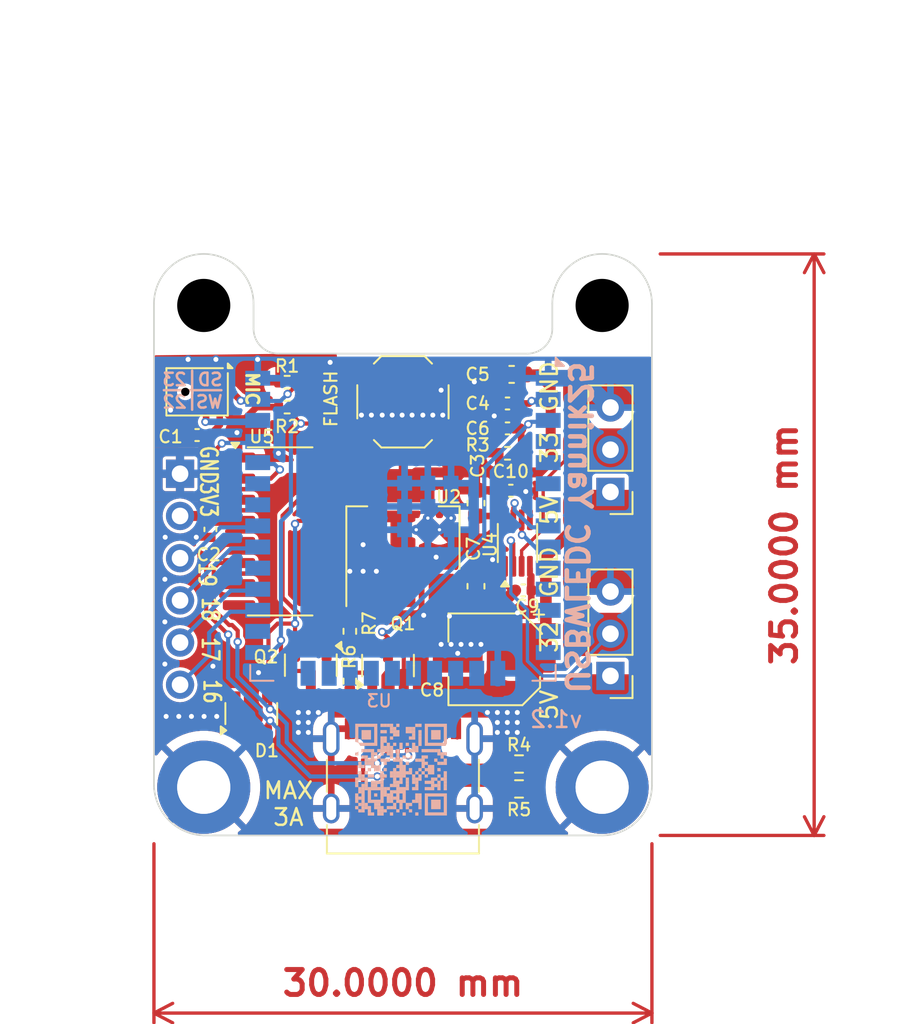
<source format=kicad_pcb>
(kicad_pcb (version 20240108) (generator "pcbnew") (generator_version "8.0")
  (layers (0 "F.Cu" signal) (31 "B.Cu" signal) (34 "B.Paste" user) (35 "F.Paste" user) (36 "B.SilkS" user "B.Silkscreen") (37 "F.SilkS" user "F.Silkscreen") (38 "B.Mask" user) (39 "F.Mask" user) (44 "Edge.Cuts" user))
  (net 0 "")
  (net 1 "+5V")
  (net 2 "GND")
  (net 3 "RX")
  (net 4 "TX")
  (net 5 "FLASH")
  (net 6 "STRIP_DATA_2")
  (net 7 "STRIP_DATA_1")
  (net 8 "I2S_SCK")
  (net 9 "I2S_SD")
  (net 10 "IO16")
  (net 11 "IO17")
  (net 12 "+3V3")
  (net 13 "Net-(J10-CC1)")
  (net 14 "D+")
  (net 15 "D-")
  (net 17 "Net-(J10-CC2)")
  (net 38 "IO18")
  (net 39 "IO19")
  (net 50 "EN")
  (net 51 "STRIP_DATA_LS_1")
  (net 52 "STRIP_DATA_LS_2")
  (net 53 "RTS")
  (net 54 "Net-(Q1-B)")
  (net 55 "DTR")
  (net 56 "Net-(Q2-B)")
  (footprint "Connector_USB:USB_C_Receptacle_G-Switch_GT-USB-7010ASV" (layer "F.Cu") (at 45 62.3)
    (property "Reference" "J10" (hide yes))
    (property "Value" "USB_C_Receptacle_USB2.0")
  )
  (footprint "MountingHole:MountingHole_3.2mm_M3_DIN965_Pad" (layer "F.Cu") (at 57 33.1)
    (property "Reference" "H3" (hide yes))
    (property "Value" "MountingHole")
  )
  (footprint "Resistor_SMD:R_0402_1005Metric" (layer "F.Cu") (at 41.8 55.7125 90)
    (property "Reference" "R6")
    (property "Value" "10k")
  )
  (footprint "MountingHole:MountingHole_3.2mm_M3_DIN965_Pad" (layer "F.Cu") (at 33 33.1)
    (property "Reference" "H4" (hide yes))
    (property "Value" "MountingHole")
  )
  (footprint "Package_TO_SOT_SMD:SOT-23" (layer "F.Cu") (at 39.45 54.75 -90)
    (property "Reference" "Q2")
    (property "Value" "L8050QLT1G")
  )
  (footprint "Resistor_SMD:R_0603_1608Metric" (layer "F.Cu") (at 51.9938 62.2)
    (property "Reference" "R5")
    (property "Value" "5.1k")
  )
  (footprint "MountingHole:MountingHole_3.2mm_M3_DIN965_Pad" (layer "F.Cu") (at 33 62.1)
    (property "Reference" "H1" (hide yes))
    (property "Value" "MountingHole")
  )
  (footprint "Package_SO:VSSOP-8_2.3x2mm_P0.5mm" (layer "F.Cu") (at 51.9 47.4 90)
    (property "Reference" "U4")
    (property "Value" "SN74LVC2T45DCUR")
  )
  (footprint "Resistor_SMD:R_0603_1608Metric" (layer "F.Cu") (at 51.9938 60.7)
    (property "Reference" "R4")
    (property "Value" "5.1k")
  )
  (footprint "Sensor_Audio:InvenSense_ICS-43434-6_3.5x2.65mm" (layer "F.Cu") (at 32.6 38.3 -90)
    (property "Reference" "MK1" (hide yes))
    (property "Value" "ICS-43434")
  )
  (footprint "Capacitor_SMD:C_0402_1005Metric" (layer "F.Cu") (at 51.3 40.5 180)
    (property "Reference" "C6")
    (property "Value" "1uF")
  )
  (footprint "Package_TO_SOT_SMD:SOT-23" (layer "F.Cu") (at 44.1 54.775 90)
    (property "Reference" "Q1")
    (property "Value" "L8050QLT1G")
  )
  (footprint "MountingHole:MountingHole_3.2mm_M3_DIN965_Pad" (layer "F.Cu") (at 57 62.1)
    (property "Reference" "H2" (hide yes))
    (property "Value" "MountingHole")
  )
  (footprint "Resistor_SMD:R_0402_1005Metric" (layer "F.Cu") (at 41.8 52.7125 -90)
    (property "Reference" "R7")
    (property "Value" "10k")
  )
  (footprint "Library:SolderWirePad_1x01_SMD_3x6mm" (layer "F.Cu") (at 57.15 49.2 90)
    (property "Reference" "J3" (hide yes))
    (property "Value" "GND PAD")
  )
  (footprint "Connector_PinHeader_2.54mm:PinHeader_1x03_P2.54mm_Vertical" (layer "F.Cu") (at 57.5 44.325 180)
    (property "Reference" "J9" (hide yes))
    (property "Value" "Conn_01x03_Pin")
  )
  (footprint "" (layer "F.Cu") (at 57 62.1)
    (property "Reference" "")
    (property "Value" "")
  )
  (footprint "Capacitor_SMD:C_0402_1005Metric" (layer "F.Cu") (at 33.4 46.58 90)
    (property "Reference" "C2")
    (property "Value" "100nF")
  )
  (footprint "Connector_PinHeader_2.54mm:PinHeader_1x03_P2.54mm_Vertical" (layer "F.Cu") (at 57.5 55.4 180)
    (property "Reference" "J8" (hide yes))
    (property "Value" "Conn_01x03_Pin")
  )
  (footprint "Resistor_SMD:R_0402_1005Metric" (layer "F.Cu") (at 51.3 42)
    (property "Reference" "R3")
    (property "Value" "10k")
  )
  (footprint "Capacitor_SMD:C_0402_1005Metric" (layer "F.Cu") (at 52.25 50.25)
    (property "Reference" "C9")
    (property "Value" "100nF")
  )
  (footprint "Capacitor_SMD:C_0603_1608Metric" (layer "F.Cu") (at 51.55 37.25 180)
    (property "Reference" "C5")
    (property "Value" "10uF")
  )
  (footprint "Capacitor_SMD:C_0402_1005Metric" (layer "F.Cu") (at 51.5 44.25)
    (property "Reference" "C10")
    (property "Value" "100nF")
  )
  (footprint "Button_Switch_SMD:SW_Push_1P1T_XKB_TS-1187A" (layer "F.Cu") (at 45 38.9)
    (property "Reference" "SW1" (hide yes))
    (property "Value" "FLASH_SW")
  )
  (footprint "Capacitor_SMD:C_0402_1005Metric" (layer "F.Cu") (at 51.3 39)
    (property "Reference" "C4")
    (property "Value" "100nF")
  )
  (footprint "Capacitor_SMD:C_0603_1608Metric" (layer "F.Cu") (at 49.4 50 90)
    (property "Reference" "C7")
    (property "Value" "10uF")
  )
  (footprint "Library:SolderWirePad_1x01_SMD_3x6mm" (layer "F.Cu") (at 57.15 45.5 90)
    (property "Reference" "J4" (hide yes))
    (property "Value" "5V PAD")
  )
  (footprint "Library:SolderWirePad_1x01_SMD_3x6mm" (layer "F.Cu") (at 57.15 56.6 90)
    (property "Reference" "J1" (hide yes))
    (property "Value" "5V PAD")
  )
  (footprint "Library:SolderWirePad_1x01_SMD_3x6mm" (layer "F.Cu") (at 57.15 41.8 90)
    (property "Reference" "J5" (hide yes))
    (property "Value" "D2 PAD")
  )
  (footprint "Capacitor_SMD:C_0603_1608Metric" (layer "F.Cu") (at 49.4 45 -90)
    (property "Reference" "C3")
    (property "Value" "10uF")
  )
  (footprint "Library:SolderWirePad_1x01_SMD_3x6mm" (layer "F.Cu") (at 57.15 52.9 90)
    (property "Reference" "J2" (hide yes))
    (property "Value" "D1 PAD")
  )
  (footprint "Resistor_SMD:R_0402_1005Metric" (layer "F.Cu") (at 38.0238 37.719)
    (property "Reference" "R1")
    (property "Value" "100k")
  )
  (footprint "Capacitor_SMD:CP_Elec_5x5.4" (layer "F.Cu") (at 50.5 54.4 180)
    (property "Reference" "C8")
    (property "Value" "100uF")
  )
  (footprint "Library:SolderWirePad_1x01_SMD_3x6mm" (layer "F.Cu") (at 57.15 38.1 90)
    (property "Reference" "J6" (hide yes))
    (property "Value" "GND PAD")
  )
  (footprint "Connector_PinHeader_2.54mm:PinHeader_1x06_P2.54mm_Vertical" (layer "F.Cu") (at 31.5722 43.2308)
    (property "Reference" "J7" (hide yes))
    (property "Value" "Accessories")
  )
  (footprint "Package_TO_SOT_SMD:SOT-143" (layer "F.Cu") (at 35.862804 57.679005 90)
    (property "Reference" "D1")
    (property "Value" "SP0503BAHT")
  )
  (footprint "Capacitor_SMD:C_0402_1005Metric" (layer "F.Cu") (at 32.6 40.9 180)
    (property "Reference" "C1")
    (property "Value" "100nF")
  )
  (footprint "Package_SO:SOIC-16_3.9x9.9mm_P1.27mm" (layer "F.Cu") (at 37.6 46.7)
    (property "Reference" "U5")
    (property "Value" "CH340C")
  )
  (footprint "Resistor_SMD:R_0402_1005Metric" (layer "F.Cu") (at 38.0238 39.219 180)
    (property "Reference" "R2")
    (property "Value" "10k")
  )
  (footprint "" (layer "F.Cu") (at 33 62.1)
    (property "Reference" "")
    (property "Value" "")
  )
  (footprint "Package_TO_SOT_SMD:SOT-223-3_TabPin2" (layer "F.Cu") (at 45 47.1 90)
    (property "Reference" "U2")
    (property "Value" "AMS1117-3.3")
  )
  (footprint "RF_Module:ESP32-WROOM-32E" (layer "B.Cu") (at 45 42.74 180)
    (property "Reference" "U3")
    (property "Value" "ESP32-WROOM-32E-N4")
  )
  (gr_poly (pts (xy 45.3575 61.139215) (xy 45.3575 60.943) (xy 45.553715 60.943) (xy 45.553715 61.139215)) (stroke (width -0.000001)) (fill solid) (layer "B.SilkS"))
  (gr_poly (pts (xy 46.691 62.091715) (xy 46.691 61.8955) (xy 46.887215 61.8955) (xy 46.887215 62.091715)) (stroke (width -0.000001)) (fill solid) (layer "B.SilkS"))
  (gr_poly (pts (xy 44.405 61.710715) (xy 44.405 61.5145) (xy 44.601215 61.5145) (xy 44.601215 61.710715)) (stroke (width -0.000001)) (fill solid) (layer "B.SilkS"))
  (gr_poly (pts (xy 45.929 60.567715) (xy 45.929 60.3715) (xy 46.125215 60.3715) (xy 46.125215 60.567715)) (stroke (width -0.000001)) (fill solid) (layer "B.SilkS"))
  (gr_poly (pts (xy 47.072 62.091715) (xy 47.072 61.8955) (xy 47.268215 61.8955) (xy 47.268215 62.091715)) (stroke (width -0.000001)) (fill solid) (layer "B.SilkS"))
  (gr_poly (pts (xy 43.643001 62.663215) (xy 43.643001 62.467) (xy 43.839215 62.467) (xy 43.839215 62.663215)) (stroke (width -0.000001)) (fill solid) (layer "B.SilkS"))
  (gr_poly (pts (xy 45.929 58.472215) (xy 45.929 58.276) (xy 46.125215 58.276) (xy 46.125215 58.472215)) (stroke (width -0.000001)) (fill solid) (layer "B.SilkS"))
  (gr_poly (pts (xy 47.072 62.282214) (xy 47.072 62.086) (xy 47.268215 62.086) (xy 47.268215 62.282214)) (stroke (width -0.000001)) (fill solid) (layer "B.SilkS"))
  (gr_poly (pts (xy 44.9765 61.139215) (xy 44.9765 60.943) (xy 45.172715 60.943) (xy 45.172715 61.139215)) (stroke (width -0.000001)) (fill solid) (layer "B.SilkS"))
  (gr_poly (pts (xy 45.7385 62.282214) (xy 45.7385 62.086) (xy 45.934715 62.086) (xy 45.934715 62.282214)) (stroke (width -0.000001)) (fill solid) (layer "B.SilkS"))
  (gr_poly (pts (xy 44.405 61.901215) (xy 44.405 61.705) (xy 44.601215 61.705) (xy 44.601215 61.901215)) (stroke (width -0.000001)) (fill solid) (layer "B.SilkS"))
  (gr_poly (pts (xy 46.8815 60.567715) (xy 46.8815 60.3715) (xy 47.077715 60.3715) (xy 47.077715 60.567715)) (stroke (width -0.000001)) (fill solid) (layer "B.SilkS"))
  (gr_poly (pts (xy 46.691 62.282214) (xy 46.691 62.086) (xy 46.887215 62.086) (xy 46.887215 62.282214)) (stroke (width -0.000001)) (fill solid) (layer "B.SilkS"))
  (gr_poly (pts (xy 44.5955 59.043715) (xy 44.5955 58.8475) (xy 44.791715 58.8475) (xy 44.791715 59.043715)) (stroke (width -0.000001)) (fill solid) (layer "B.SilkS"))
  (gr_poly (pts (xy 44.786 61.901215) (xy 44.786 61.705) (xy 44.982215 61.705) (xy 44.982215 61.901215)) (stroke (width -0.000001)) (fill solid) (layer "B.SilkS"))
  (gr_poly (pts (xy 43.262 60.948715) (xy 43.262 60.7525) (xy 43.458215 60.7525) (xy 43.458215 60.948715)) (stroke (width -0.000001)) (fill solid) (layer "B.SilkS"))
  (gr_poly (pts (xy 44.9765 62.282214) (xy 44.9765 62.086) (xy 45.172715 62.086) (xy 45.172715 62.282214)) (stroke (width -0.000001)) (fill solid) (layer "B.SilkS"))
  (gr_poly (pts (xy 44.2145 58.853215) (xy 44.2145 58.657) (xy 44.410715 58.657) (xy 44.410715 58.853215)) (stroke (width -0.000001)) (fill solid) (layer "B.SilkS"))
  (gr_poly (pts (xy 43.071501 63.806214) (xy 43.071501 63.61) (xy 43.267715 63.61) (xy 43.267715 63.806214)) (stroke (width -0.000001)) (fill solid) (layer "B.SilkS"))
  (gr_poly (pts (xy 43.262 63.425215) (xy 43.262 63.229) (xy 43.458215 63.229) (xy 43.458215 63.425215)) (stroke (width -0.000001)) (fill solid) (layer "B.SilkS"))
  (gr_poly (pts (xy 44.405 59.043715) (xy 44.405 58.8475) (xy 44.601215 58.8475) (xy 44.601215 59.043715)) (stroke (width -0.000001)) (fill solid) (layer "B.SilkS"))
  (gr_poly (pts (xy 42.690501 61.329715) (xy 42.690501 61.1335) (xy 42.886715 61.1335) (xy 42.886715 61.329715)) (stroke (width -0.000001)) (fill solid) (layer "B.SilkS"))
  (gr_poly (pts (xy 44.9765 62.853714) (xy 44.9765 62.6575) (xy 45.172715 62.6575) (xy 45.172715 62.853714)) (stroke (width -0.000001)) (fill solid) (layer "B.SilkS"))
  (gr_poly (pts (xy 47.072 60.186715) (xy 47.072 59.9905) (xy 47.268215 59.9905) (xy 47.268215 60.186715)) (stroke (width -0.000001)) (fill solid) (layer "B.SilkS"))
  (gr_poly (pts (xy 46.31 62.282214) (xy 46.31 62.086) (xy 46.506215 62.086) (xy 46.506215 62.282214)) (stroke (width -0.000001)) (fill solid) (layer "B.SilkS"))
  (gr_poly (pts (xy 45.167 60.758215) (xy 45.167 60.562) (xy 45.363215 60.562) (xy 45.363215 60.758215)) (stroke (width -0.000001)) (fill solid) (layer "B.SilkS"))
  (gr_poly (pts (xy 42.690501 60.567715) (xy 42.690501 60.3715) (xy 42.886715 60.3715) (xy 42.886715 60.567715)) (stroke (width -0.000001)) (fill solid) (layer "B.SilkS"))
  (gr_poly (pts (xy 46.31 59.996215) (xy 46.31 59.8) (xy 46.506215 59.8) (xy 46.506215 59.996215)) (stroke (width -0.000001)) (fill solid) (layer "B.SilkS"))
  (gr_poly (pts (xy 44.405 58.662715) (xy 44.405 58.4665) (xy 44.601215 58.4665) (xy 44.601215 58.662715)) (stroke (width -0.000001)) (fill solid) (layer "B.SilkS"))
  (gr_poly (pts (xy 44.2145 62.663215) (xy 44.2145 62.467) (xy 44.410715 62.467) (xy 44.410715 62.663215)) (stroke (width -0.000001)) (fill solid) (layer "B.SilkS"))
  (gr_poly (pts (xy 45.7385 62.091715) (xy 45.7385 61.8955) (xy 45.934715 61.8955) (xy 45.934715 62.091715)) (stroke (width -0.000001)) (fill solid) (layer "B.SilkS"))
  (gr_poly (pts (xy 42.309501 60.948715) (xy 42.309501 60.7525) (xy 42.505715 60.7525) (xy 42.505715 60.948715)) (stroke (width -0.000001)) (fill solid) (layer "B.SilkS"))
  (gr_poly (pts (xy 46.315715 59.6095) (xy 46.315715 58.276) (xy 46.506215 58.276) (xy 46.506215 58.4665) (xy 46.506215 59.419) (xy 47.458715 59.419) (xy 47.458715 58.4665) (xy 46.506215 58.4665) (xy 46.506215 58.276) (xy 47.649215 58.276) (xy 47.649215 59.6095)) (stroke (width -0.000001)) (fill solid) (layer "B.SilkS"))
  (gr_poly (pts (xy 44.024 60.567715) (xy 44.024 60.3715) (xy 44.220215 60.3715) (xy 44.220215 60.567715)) (stroke (width -0.000001)) (fill solid) (layer "B.SilkS"))
  (gr_poly (pts (xy 43.643001 62.282214) (xy 43.643001 62.086) (xy 43.839215 62.086) (xy 43.839215 62.282214)) (stroke (width -0.000001)) (fill solid) (layer "B.SilkS"))
  (gr_poly (pts (xy 43.071501 61.520215) (xy 43.071501 61.324) (xy 43.267715 61.324) (xy 43.267715 61.520215)) (stroke (width -0.000001)) (fill solid) (layer "B.SilkS"))
  (gr_poly (pts (xy 44.405 62.853714) (xy 44.405 62.6575) (xy 44.601215 62.6575) (xy 44.601215 62.853714)) (stroke (width -0.000001)) (fill solid) (layer "B.SilkS"))
  (gr_poly (pts (xy 42.119001 61.901215) (xy 42.119001 61.705) (xy 42.315215 61.705) (xy 42.315215 61.901215)) (stroke (width -0.000001)) (fill solid) (layer "B.SilkS"))
  (gr_poly (pts (xy 42.690501 63.234714) (xy 42.690501 63.0385) (xy 42.886715 63.0385) (xy 42.886715 63.234714)) (stroke (width -0.000001)) (fill solid) (layer "B.SilkS"))
  (gr_poly (pts (xy 44.405 63.425215) (xy 44.405 63.229) (xy 44.601215 63.229) (xy 44.601215 63.425215)) (stroke (width -0.000001)) (fill solid) (layer "B.SilkS"))
  (gr_poly (pts (xy 44.9765 63.806214) (xy 44.9765 63.61) (xy 45.172715 63.61) (xy 45.172715 63.806214)) (stroke (width -0.000001)) (fill solid) (layer "B.SilkS"))
  (gr_poly (pts (xy 43.643001 59.424715) (xy 43.643001 59.2285) (xy 43.839215 59.2285) (xy 43.839215 59.424715)) (stroke (width -0.000001)) (fill solid) (layer "B.SilkS"))
  (gr_poly (pts (xy 45.167 58.853215) (xy 45.167 58.657) (xy 45.363215 58.657) (xy 45.363215 58.853215)) (stroke (width -0.000001)) (fill solid) (layer "B.SilkS"))
  (gr_poly (pts (xy 44.405 60.567715) (xy 44.405 60.3715) (xy 44.601215 60.3715) (xy 44.601215 60.567715)) (stroke (width -0.000001)) (fill solid) (layer "B.SilkS"))
  (gr_poly (pts (xy 44.5955 60.567715) (xy 44.5955 60.3715) (xy 44.791715 60.3715) (xy 44.791715 60.567715)) (stroke (width -0.000001)) (fill solid) (layer "B.SilkS"))
  (gr_poly (pts (xy 47.072 60.758215) (xy 47.072 60.562) (xy 47.268215 60.562) (xy 47.268215 60.758215)) (stroke (width -0.000001)) (fill solid) (layer "B.SilkS"))
  (gr_poly (pts (xy 44.786 61.329715) (xy 44.786 61.1335) (xy 44.982215 61.1335) (xy 44.982215 61.329715)) (stroke (width -0.000001)) (fill solid) (layer "B.SilkS"))
  (gr_poly (pts (xy 43.643001 61.901215) (xy 43.643001 61.705) (xy 43.839215 61.705) (xy 43.839215 61.901215)) (stroke (width -0.000001)) (fill solid) (layer "B.SilkS"))
  (gr_poly (pts (xy 44.2145 58.472215) (xy 44.2145 58.276) (xy 44.410715 58.276) (xy 44.410715 58.472215)) (stroke (width -0.000001)) (fill solid) (layer "B.SilkS"))
  (gr_poly (pts (xy 44.9765 62.472715) (xy 44.9765 62.2765) (xy 45.172715 62.2765) (xy 45.172715 62.472715)) (stroke (width -0.000001)) (fill solid) (layer "B.SilkS"))
  (gr_poly (pts (xy 43.4525 61.139215) (xy 43.4525 60.943) (xy 43.648715 60.943) (xy 43.648715 61.139215)) (stroke (width -0.000001)) (fill solid) (layer "B.SilkS"))
  (gr_poly (pts (xy 42.881 60.758215) (xy 42.881 60.562) (xy 43.077215 60.562) (xy 43.077215 60.758215)) (stroke (width -0.000001)) (fill solid) (layer "B.SilkS"))
  (gr_poly (pts (xy 45.167 61.901215) (xy 45.167 61.705) (xy 45.363215 61.705) (xy 45.363215 61.901215)) (stroke (width -0.000001)) (fill solid) (layer "B.SilkS"))
  (gr_poly (pts (xy 45.929 61.139215) (xy 45.929 60.943) (xy 46.125215 60.943) (xy 46.125215 61.139215)) (stroke (width -0.000001)) (fill solid) (layer "B.SilkS"))
  (gr_poly (pts (xy 45.167 58.662715) (xy 45.167 58.4665) (xy 45.363215 58.4665) (xy 45.363215 58.662715)) (stroke (width -0.000001)) (fill solid) (layer "B.SilkS"))
  (gr_poly (pts (xy 43.4525 60.948715) (xy 43.4525 60.7525) (xy 43.648715 60.7525) (xy 43.648715 60.948715)) (stroke (width -0.000001)) (fill solid) (layer "B.SilkS"))
  (gr_poly (pts (xy 43.071501 63.044215) (xy 43.071501 62.848) (xy 43.267715 62.848) (xy 43.267715 63.044215)) (stroke (width -0.000001)) (fill solid) (layer "B.SilkS"))
  (gr_poly (pts (xy 44.5955 61.901215) (xy 44.5955 61.705) (xy 44.791715 61.705) (xy 44.791715 61.901215)) (stroke (width -0.000001)) (fill solid) (layer "B.SilkS"))
  (gr_poly (pts (xy 43.071501 61.901215) (xy 43.071501 61.705) (xy 43.267715 61.705) (xy 43.267715 61.901215)) (stroke (width -0.000001)) (fill solid) (layer "B.SilkS"))
  (gr_poly (pts (xy 42.5 62.472715) (xy 42.5 62.2765) (xy 42.696215 62.2765) (xy 42.696215 62.472715)) (stroke (width -0.000001)) (fill solid) (layer "B.SilkS"))
  (gr_poly (pts (xy 46.691 61.329715) (xy 46.691 61.1335) (xy 46.887215 61.1335) (xy 46.887215 61.329715)) (stroke (width -0.000001)) (fill solid) (layer "B.SilkS"))
  (gr_poly (pts (xy 45.3575 63.615714) (xy 45.3575 63.4195) (xy 45.553715 63.4195) (xy 45.553715 63.615714)) (stroke (width -0.000001)) (fill solid) (layer "B.SilkS"))
  (gr_poly (pts (xy 42.881 61.139215) (xy 42.881 60.943) (xy 43.077215 60.943) (xy 43.077215 61.139215)) (stroke (width -0.000001)) (fill solid) (layer "B.SilkS"))
  (gr_poly (pts (xy 44.786 62.282214) (xy 44.786 62.086) (xy 44.982215 62.086) (xy 44.982215 62.282214)) (stroke (width -0.000001)) (fill solid) (layer "B.SilkS"))
  (gr_poly (pts (xy 44.786 63.234714) (xy 44.786 63.0385) (xy 44.982215 63.0385) (xy 44.982215 63.234714)) (stroke (width -0.000001)) (fill solid) (layer "B.SilkS"))
  (gr_poly (pts (xy 42.5 63.234714) (xy 42.5 63.0385) (xy 42.696215 63.0385) (xy 42.696215 63.234714)) (stroke (width -0.000001)) (fill solid) (layer "B.SilkS"))
  (gr_poly (pts (xy 47.072 61.901215) (xy 47.072 61.705) (xy 47.268215 61.705) (xy 47.268215 61.901215)) (stroke (width -0.000001)) (fill solid) (layer "B.SilkS"))
  (gr_poly (pts (xy 46.5005 61.329715) (xy 46.5005 61.1335) (xy 46.696715 61.1335) (xy 46.696715 61.329715)) (stroke (width -0.000001)) (fill solid) (layer "B.SilkS"))
  (gr_poly (pts (xy 47.453 62.282214) (xy 47.453 62.086) (xy 47.649215 62.086) (xy 47.649215 62.282214)) (stroke (width -0.000001)) (fill solid) (layer "B.SilkS"))
  (gr_poly (pts (xy 44.5955 60.948715) (xy 44.5955 60.7525) (xy 44.791715 60.7525) (xy 44.791715 60.948715)) (stroke (width -0.000001)) (fill solid) (layer "B.SilkS"))
  (gr_poly (pts (xy 43.8335 60.758215) (xy 43.8335 60.562) (xy 44.029715 60.562) (xy 44.029715 60.758215)) (stroke (width -0.000001)) (fill solid) (layer "B.SilkS"))
  (gr_poly (pts (xy 46.691 61.139215) (xy 46.691 60.943) (xy 46.887215 60.943) (xy 46.887215 61.139215)) (stroke (width -0.000001)) (fill solid) (layer "B.SilkS"))
  (gr_poly (pts (xy 45.929 59.043715) (xy 45.929 58.8475) (xy 46.125215 58.8475) (xy 46.125215 59.043715)) (stroke (width -0.000001)) (fill solid) (layer "B.SilkS"))
  (gr_poly (pts (xy 44.786 60.567715) (xy 44.786 60.3715) (xy 44.982215 60.3715) (xy 44.982215 60.567715)) (stroke (width -0.000001)) (fill solid) (layer "B.SilkS"))
  (gr_poly (pts (xy 47.453 61.520215) (xy 47.453 61.324) (xy 47.649215 61.324) (xy 47.649215 61.520215)) (stroke (width -0.000001)) (fill solid) (layer "B.SilkS"))
  (gr_poly (pts (xy 43.643001 59.234215) (xy 43.643001 59.038) (xy 43.839215 59.038) (xy 43.839215 59.234215)) (stroke (width -0.000001)) (fill solid) (layer "B.SilkS"))
  (gr_poly (pts (xy 42.119001 61.710715) (xy 42.119001 61.5145) (xy 42.315215 61.5145) (xy 42.315215 61.710715)) (stroke (width -0.000001)) (fill solid) (layer "B.SilkS"))
  (gr_poly (pts (xy 45.7385 61.329715) (xy 45.7385 61.1335) (xy 45.934715 61.1335) (xy 45.934715 61.329715)) (stroke (width -0.000001)) (fill solid) (layer "B.SilkS"))
  (gr_poly (pts (xy 43.643001 59.805715) (xy 43.643001 59.6095) (xy 43.839215 59.6095) (xy 43.839215 59.805715)) (stroke (width -0.000001)) (fill solid) (layer "B.SilkS"))
  (gr_poly (pts (xy 42.5 62.853714) (xy 42.5 62.6575) (xy 42.696215 62.6575) (xy 42.696215 62.853714)) (stroke (width -0.000001)) (fill solid) (layer "B.SilkS"))
  (gr_poly (pts (xy 44.024 58.472215) (xy 44.024 58.276) (xy 44.220215 58.276) (xy 44.220215 58.472215)) (stroke (width -0.000001)) (fill solid) (layer "B.SilkS"))
  (gr_poly (pts (xy 43.643001 59.996215) (xy 43.643001 59.8) (xy 43.839215 59.8) (xy 43.839215 59.996215)) (stroke (width -0.000001)) (fill solid) (layer "B.SilkS"))
  (gr_poly (pts (xy 42.309501 62.282214) (xy 42.309501 62.086) (xy 42.505715 62.086) (xy 42.505715 62.282214)) (stroke (width -0.000001)) (fill solid) (layer "B.SilkS"))
  (gr_poly (pts (xy 42.309501 61.520215) (xy 42.309501 61.324) (xy 42.505715 61.324) (xy 42.505715 61.520215)) (stroke (width -0.000001)) (fill solid) (layer "B.SilkS"))
  (gr_poly (pts (xy 43.4525 60.377215) (xy 43.4525 60.181) (xy 43.648715 60.181) (xy 43.648715 60.377215)) (stroke (width -0.000001)) (fill solid) (layer "B.SilkS"))
  (gr_poly (pts (xy 44.5955 62.472715) (xy 44.5955 62.2765) (xy 44.791715 62.2765) (xy 44.791715 62.472715)) (stroke (width -0.000001)) (fill solid) (layer "B.SilkS"))
  (gr_poly (pts (xy 45.167 62.091715) (xy 45.167 61.8955) (xy 45.363215 61.8955) (xy 45.363215 62.091715)) (stroke (width -0.000001)) (fill solid) (layer "B.SilkS"))
  (gr_poly (pts (xy 47.453 60.758215) (xy 47.453 60.562) (xy 47.649215 60.562) (xy 47.649215 60.758215)) (stroke (width -0.000001)) (fill solid) (layer "B.SilkS"))
  (gr_poly (pts (xy 45.3575 58.853215) (xy 45.3575 58.657) (xy 45.553715 58.657) (xy 45.553715 58.853215)) (stroke (width -0.000001)) (fill solid) (layer "B.SilkS"))
  (gr_poly (pts (xy 43.8335 59.234215) (xy 43.8335 59.038) (xy 44.029715 59.038) (xy 44.029715 59.234215)) (stroke (width -0.000001)) (fill solid) (layer "B.SilkS"))
  (gr_poly (pts (xy 46.1195 60.377215) (xy 46.1195 60.181) (xy 46.315715 60.181) (xy 46.315715 60.377215)) (stroke (width -0.000001)) (fill solid) (layer "B.SilkS"))
  (gr_poly (pts (xy 43.643001 61.520215) (xy 43.643001 61.324) (xy 43.839215 61.324) (xy 43.839215 61.520215)) (stroke (width -0.000001)) (fill solid) (layer "B.SilkS"))
  (gr_poly (pts (xy 45.7385 63.044215) (xy 45.7385 62.848) (xy 45.934715 62.848) (xy 45.934715 63.044215)) (stroke (width -0.000001)) (fill solid) (layer "B.SilkS"))
  (gr_poly (pts (xy 46.5005 62.282214) (xy 46.5005 62.086) (xy 46.696715 62.086) (xy 46.696715 62.282214)) (stroke (width -0.000001)) (fill solid) (layer "B.SilkS"))
  (gr_poly (pts (xy 45.548 59.234215) (xy 45.548 59.038) (xy 45.744215 59.038) (xy 45.744215 59.234215)) (stroke (width -0.000001)) (fill solid) (layer "B.SilkS"))
  (gr_poly (pts (xy 44.405 58.853215) (xy 44.405 58.657) (xy 44.601215 58.657) (xy 44.601215 58.853215)) (stroke (width -0.000001)) (fill solid) (layer "B.SilkS"))
  (gr_poly (pts (xy 44.405 62.472715) (xy 44.405 62.2765) (xy 44.601215 62.2765) (xy 44.601215 62.472715)) (stroke (width -0.000001)) (fill solid) (layer "B.SilkS"))
  (gr_poly (pts (xy 45.7385 62.663215) (xy 45.7385 62.467) (xy 45.934715 62.467) (xy 45.934715 62.663215)) (stroke (width -0.000001)) (fill solid) (layer "B.SilkS"))
  (gr_poly (pts (xy 43.8335 61.520215) (xy 43.8335 61.324) (xy 44.029715 61.324) (xy 44.029715 61.520215)) (stroke (width -0.000001)) (fill solid) (layer "B.SilkS"))
  (gr_poly (pts (xy 43.071501 60.377215) (xy 43.071501 60.181) (xy 43.267715 60.181) (xy 43.267715 60.377215)) (stroke (width -0.000001)) (fill solid) (layer "B.SilkS"))
  (gr_poly (pts (xy 43.4525 63.425215) (xy 43.4525 63.229) (xy 43.648715 63.229) (xy 43.648715 63.425215)) (stroke (width -0.000001)) (fill solid) (layer "B.SilkS"))
  (gr_poly (pts (xy 46.691 60.948715) (xy 46.691 60.7525) (xy 46.887215 60.7525) (xy 46.887215 60.948715)) (stroke (width -0.000001)) (fill solid) (layer "B.SilkS"))
  (gr_poly (pts (xy 45.3575 59.996215) (xy 45.3575 59.8) (xy 45.553715 59.8) (xy 45.553715 59.996215)) (stroke (width -0.000001)) (fill solid) (layer "B.SilkS"))
  (gr_poly (pts (xy 42.881 62.282214) (xy 42.881 62.086) (xy 43.077215 62.086) (xy 43.077215 62.282214)) (stroke (width -0.000001)) (fill solid) (layer "B.SilkS"))
  (gr_poly (pts (xy 44.5955 58.853215) (xy 44.5955 58.657) (xy 44.791715 58.657) (xy 44.791715 58.853215)) (stroke (width -0.000001)) (fill solid) (layer "B.SilkS"))
  (gr_poly (pts (xy 43.643001 60.567715) (xy 43.643001 60.3715) (xy 43.839215 60.3715) (xy 43.839215 60.567715)) (stroke (width -0.000001)) (fill solid) (layer "B.SilkS"))
  (gr_poly (pts (xy 43.071501 60.758215) (xy 43.071501 60.562) (xy 43.267715 60.562) (xy 43.267715 60.758215)) (stroke (width -0.000001)) (fill solid) (layer "B.SilkS"))
  (gr_poly (pts (xy 44.024 62.853714) (xy 44.024 62.6575) (xy 44.220215 62.6575) (xy 44.220215 62.853714)) (stroke (width -0.000001)) (fill solid) (layer "B.SilkS"))
  (gr_poly (pts (xy 42.124715 59.6095) (xy 42.124715 58.276) (xy 42.315215 58.276) (xy 42.315215 58.4665) (xy 42.315215 59.419) (xy 43.267715 59.419) (xy 43.267715 58.4665) (xy 42.315215 58.4665) (xy 42.315215 58.276) (xy 43.458215 58.276) (xy 43.458215 59.6095)) (stroke (width -0.000001)) (fill solid) (layer "B.SilkS"))
  (gr_poly (pts (xy 45.167 63.425215) (xy 45.167 63.229) (xy 45.363215 63.229) (xy 45.363215 63.425215)) (stroke (width -0.000001)) (fill solid) (layer "B.SilkS"))
  (gr_poly (pts (xy 45.929 59.234215) (xy 45.929 59.038) (xy 46.125215 59.038) (xy 46.125215 59.234215)) (stroke (width -0.000001)) (fill solid) (layer "B.SilkS"))
  (gr_poly (pts (xy 43.643001 58.853215) (xy 43.643001 58.657) (xy 43.839215 58.657) (xy 43.839215 58.853215)) (stroke (width -0.000001)) (fill solid) (layer "B.SilkS"))
  (gr_poly (pts (xy 45.7385 60.567715) (xy 45.7385 60.3715) (xy 45.934715 60.3715) (xy 45.934715 60.567715)) (stroke (width -0.000001)) (fill solid) (layer "B.SilkS"))
  (gr_poly (pts (xy 45.548 61.710715) (xy 45.548 61.5145) (xy 45.744215 61.5145) (xy 45.744215 61.710715)) (stroke (width -0.000001)) (fill solid) (layer "B.SilkS"))
  (gr_poly (pts (xy 42.5 63.425215) (xy 42.5 63.229) (xy 42.696215 63.229) (xy 42.696215 63.425215)) (stroke (width -0.000001)) (fill solid) (layer "B.SilkS"))
  (gr_poly (pts (xy 42.5 59.996215) (xy 42.5 59.8) (xy 42.696215 59.8) (xy 42.696215 59.996215)) (stroke (width -0.000001)) (fill solid) (layer "B.SilkS"))
  (gr_poly (pts (xy 43.4525 63.806214) (xy 43.4525 63.61) (xy 43.648715 63.61) (xy 43.648715 63.806214)) (stroke (width -0.000001)) (fill solid) (layer "B.SilkS"))
  (gr_poly (pts (xy 44.024 63.425215) (xy 44.024 63.229) (xy 44.220215 63.229) (xy 44.220215 63.425215)) (stroke (width -0.000001)) (fill solid) (layer "B.SilkS"))
  (gr_poly (pts (xy 47.453 61.901215) (xy 47.453 61.705) (xy 47.649215 61.705) (xy 47.649215 61.901215)) (stroke (width -0.000001)) (fill solid) (layer "B.SilkS"))
  (gr_poly (pts (xy 45.548 63.044215) (xy 45.548 62.848) (xy 45.744215 62.848) (xy 45.744215 63.044215)) (stroke (width -0.000001)) (fill solid) (layer "B.SilkS"))
  (gr_poly (pts (xy 43.4525 63.044215) (xy 43.4525 62.848) (xy 43.648715 62.848) (xy 43.648715 63.044215)) (stroke (width -0.000001)) (fill solid) (layer "B.SilkS"))
  (gr_poly (pts (xy 46.31 61.520215) (xy 46.31 61.324) (xy 46.506215 61.324) (xy 46.506215 61.520215)) (stroke (width -0.000001)) (fill solid) (layer "B.SilkS"))
  (gr_poly (pts (xy 42.119001 60.186715) (xy 42.119001 59.9905) (xy 42.315215 59.9905) (xy 42.315215 60.186715)) (stroke (width -0.000001)) (fill solid) (layer "B.SilkS"))
  (gr_poly (pts (xy 47.2625 61.710715) (xy 47.2625 61.5145) (xy 47.458715 61.5145) (xy 47.458715 61.710715)) (stroke (width -0.000001)) (fill solid) (layer "B.SilkS"))
  (gr_poly (pts (xy 45.929 61.710715) (xy 45.929 61.5145) (xy 46.125215 61.5145) (xy 46.125215 61.710715)) (stroke (width -0.000001)) (fill solid) (layer "B.SilkS"))
  (gr_poly (pts (xy 45.7385 58.472215) (xy 45.7385 58.276) (xy 45.934715 58.276) (xy 45.934715 58.472215)) (stroke (width -0.000001)) (fill solid) (layer "B.SilkS"))
  (gr_poly (pts (xy 47.453 62.091715) (xy 47.453 61.8955) (xy 47.649215 61.8955) (xy 47.649215 62.091715)) (stroke (width -0.000001)) (fill solid) (layer "B.SilkS"))
  (gr_poly (pts (xy 43.643001 63.425215) (xy 43.643001 63.229) (xy 43.839215 63.229) (xy 43.839215 63.425215)) (stroke (width -0.000001)) (fill solid) (layer "B.SilkS"))
  (gr_poly (pts (xy 43.4525 61.520215) (xy 43.4525 61.324) (xy 43.648715 61.324) (xy 43.648715 61.520215)) (stroke (width -0.000001)) (fill solid) (layer "B.SilkS"))
  (gr_poly (pts (xy 45.929 59.424715) (xy 45.929 59.2285) (xy 46.125215 59.2285) (xy 46.125215 59.424715)) (stroke (width -0.000001)) (fill solid) (layer "B.SilkS"))
  (gr_poly (pts (xy 47.453 61.329715) (xy 47.453 61.1335) (xy 47.649215 61.1335) (xy 47.649215 61.329715)) (stroke (width -0.000001)) (fill solid) (layer "B.SilkS"))
  (gr_poly (pts (xy 46.31 60.758215) (xy 46.31 60.562) (xy 46.506215 60.562) (xy 46.506215 60.758215)) (stroke (width -0.000001)) (fill solid) (layer "B.SilkS"))
  (gr_poly (pts (xy 44.5955 59.996215) (xy 44.5955 59.8) (xy 44.791715 59.8) (xy 44.791715 59.996215)) (stroke (width -0.000001)) (fill solid) (layer "B.SilkS"))
  (gr_poly (pts (xy 46.1195 60.948715) (xy 46.1195 60.7525) (xy 46.315715 60.7525) (xy 46.315715 60.948715)) (stroke (width -0.000001)) (fill solid) (layer "B.SilkS"))
  (gr_poly (pts (xy 43.262 62.282214) (xy 43.262 62.086) (xy 43.458215 62.086) (xy 43.458215 62.282214)) (stroke (width -0.000001)) (fill solid) (layer "B.SilkS"))
  (gr_poly (pts (xy 43.262 60.186715) (xy 43.262 59.9905) (xy 43.458215 59.9905) (xy 43.458215 60.186715)) (stroke (width -0.000001)) (fill solid) (layer "B.SilkS"))
  (gr_poly (pts (xy 42.5 62.091715) (xy 42.5 61.8955) (xy 42.696215 61.8955) (xy 42.696215 62.091715)) (stroke (width -0.000001)) (fill solid) (layer "B.SilkS"))
  (gr_poly (pts (xy 44.5955 61.329715) (xy 44.5955 61.1335) (xy 44.791715 61.1335) (xy 44.791715 61.329715)) (stroke (width -0.000001)) (fill solid) (layer "B.SilkS"))
  (gr_poly (pts (xy 45.167 61.710715) (xy 45.167 61.5145) (xy 45.363215 61.5145) (xy 45.363215 61.710715)) (stroke (width -0.000001)) (fill solid) (layer "B.SilkS"))
  (gr_poly (pts (xy 42.309501 61.329715) (xy 42.309501 61.1335) (xy 42.505715 61.1335) (xy 42.505715 61.329715)) (stroke (width -0.000001)) (fill solid) (layer "B.SilkS"))
  (gr_poly (pts (xy 42.690501 61.710715) (xy 42.690501 61.5145) (xy 42.886715 61.5145) (xy 42.886715 61.710715)) (stroke (width -0.000001)) (fill solid) (layer "B.SilkS"))
  (gr_poly (pts (xy 44.405 61.139215) (xy 44.405 60.943) (xy 44.601215 60.943) (xy 44.601215 61.139215)) (stroke (width -0.000001)) (fill solid) (layer "B.SilkS"))
  (gr_poly (pts (xy 44.2145 63.425215) (xy 44.2145 63.229) (xy 44.410715 63.229) (xy 44.410715 63.425215)) (stroke (width -0.000001)) (fill solid) (layer "B.SilkS"))
  (gr_poly (pts (xy 45.548 58.853215) (xy 45.548 58.657) (xy 45.744215 58.657) (xy 45.744215 58.853215)) (stroke (width -0.000001)) (fill solid) (layer "B.SilkS"))
  (gr_poly (pts (xy 42.309501 62.472715) (xy 42.309501 62.2765) (xy 42.505715 62.2765) (xy 42.505715 62.472715)) (stroke (width -0.000001)) (fill solid) (layer "B.SilkS"))
  (gr_poly (pts (xy 44.786 60.948715) (xy 44.786 60.7525) (xy 44.982215 60.7525) (xy 44.982215 60.948715)) (stroke (width -0.000001)) (fill solid) (layer "B.SilkS"))
  (gr_poly (pts (xy 44.2145 62.853714) (xy 44.2145 62.6575) (xy 44.410715 62.6575) (xy 44.410715 62.853714)) (stroke (width -0.000001)) (fill solid) (layer "B.SilkS"))
  (gr_poly (pts (xy 43.8335 63.615714) (xy 43.8335 63.4195) (xy 44.029715 63.4195) (xy 44.029715 63.615714)) (stroke (width -0.000001)) (fill solid) (layer "B.SilkS"))
  (gr_poly (pts (xy 42.505715 59.2285) (xy 42.505715 58.657) (xy 43.077215 58.657) (xy 43.077215 59.2285)) (stroke (width -0.000001)) (fill solid) (layer "B.SilkS"))
  (gr_poly (pts (xy 46.315715 63.8005) (xy 46.315715 62.467) (xy 46.506215 62.467) (xy 46.506215 62.6575) (xy 46.506215 63.61) (xy 47.458715 63.61) (xy 47.458715 62.6575) (xy 46.506215 62.6575) (xy 46.506215 62.467) (xy 47.649215 62.467) (xy 47.649215 63.8005)) (stroke (width -0.000001)) (fill solid) (layer "B.SilkS"))
  (gr_poly (pts (xy 42.881 61.520215) (xy 42.881 61.324) (xy 43.077215 61.324) (xy 43.077215 61.520215)) (stroke (width -0.000001)) (fill solid) (layer "B.SilkS"))
  (gr_poly (pts (xy 42.881 62.853714) (xy 42.881 62.6575) (xy 43.077215 62.6575) (xy 43.077215 62.853714)) (stroke (width -0.000001)) (fill solid) (layer "B.SilkS"))
  (gr_poly (pts (xy 43.643001 62.472715) (xy 43.643001 62.2765) (xy 43.839215 62.2765) (xy 43.839215 62.472715)) (stroke (width -0.000001)) (fill solid) (layer "B.SilkS"))
  (gr_poly (pts (xy 45.7385 62.853714) (xy 45.7385 62.6575) (xy 45.934715 62.6575) (xy 45.934715 62.853714)) (stroke (width -0.000001)) (fill solid) (layer "B.SilkS"))
  (gr_poly (pts (xy 42.881 60.567715) (xy 42.881 60.3715) (xy 43.077215 60.3715) (xy 43.077215 60.567715)) (stroke (width -0.000001)) (fill solid) (layer "B.SilkS"))
  (gr_poly (pts (xy 44.405 63.234714) (xy 44.405 63.0385) (xy 44.601215 63.0385) (xy 44.601215 63.234714)) (stroke (width -0.000001)) (fill solid) (layer "B.SilkS"))
  (gr_poly (pts (xy 43.8335 60.567715) (xy 43.8335 60.3715) (xy 44.029715 60.3715) (xy 44.029715 60.567715)) (stroke (width -0.000001)) (fill solid) (layer "B.SilkS"))
  (gr_poly (pts (xy 42.5 62.282214) (xy 42.5 62.086) (xy 42.696215 62.086) (xy 42.696215 62.282214)) (stroke (width -0.000001)) (fill solid) (layer "B.SilkS"))
  (gr_poly (pts (xy 44.9765 60.377215) (xy 44.9765 60.181) (xy 45.172715 60.181) (xy 45.172715 60.377215)) (stroke (width -0.000001)) (fill solid) (layer "B.SilkS"))
  (gr_poly (pts (xy 44.2145 62.091715) (xy 44.2145 61.8955) (xy 44.410715 61.8955) (xy 44.410715 62.091715)) (stroke (width -0.000001)) (fill solid) (layer "B.SilkS"))
  (gr_poly (pts (xy 43.262 63.044215) (xy 43.262 62.848) (xy 43.458215 62.848) (xy 43.458215 63.044215)) (stroke (width -0.000001)) (fill solid) (layer "B.SilkS"))
  (gr_poly (pts (xy 43.643001 61.329715) (xy 43.643001 61.1335) (xy 43.839215 61.1335) (xy 43.839215 61.329715)) (stroke (width -0.000001)) (fill solid) (layer "B.SilkS"))
  (gr_poly (pts (xy 43.8335 59.424715) (xy 43.8335 59.2285) (xy 44.029715 59.2285) (xy 44.029715 59.424715)) (stroke (width -0.000001)) (fill solid) (layer "B.SilkS"))
  (gr_poly (pts (xy 44.024 59.805715) (xy 44.024 59.6095) (xy 44.220215 59.6095) (xy 44.220215 59.805715)) (stroke (width -0.000001)) (fill solid) (layer "B.SilkS"))
  (gr_poly (pts (xy 47.2625 60.377215) (xy 47.2625 60.181) (xy 47.458715 60.181) (xy 47.458715 60.377215)) (stroke (width -0.000001)) (fill solid) (layer "B.SilkS"))
  (gr_poly (pts (xy 45.3575 59.234215) (xy 45.3575 59.038) (xy 45.553715 59.038) (xy 45.553715 59.234215)) (stroke (width -0.000001)) (fill solid) (layer "B.SilkS"))
  (gr_poly (pts (xy 46.31 60.377215) (xy 46.31 60.181) (xy 46.506215 60.181) (xy 46.506215 60.377215)) (stroke (width -0.000001)) (fill solid) (layer "B.SilkS"))
  (gr_poly (pts (xy 44.786 61.520215) (xy 44.786 61.324) (xy 44.982215 61.324) (xy 44.982215 61.520215)) (stroke (width -0.000001)) (fill solid) (layer "B.SilkS"))
  (gr_poly (pts (xy 44.786 61.710715) (xy 44.786 61.5145) (xy 44.982215 61.5145) (xy 44.982215 61.710715)) (stroke (width -0.000001)) (fill solid) (layer "B.SilkS"))
  (gr_poly (pts (xy 42.309501 63.615714) (xy 42.309501 63.4195) (xy 42.505715 63.4195) (xy 42.505715 63.615714)) (stroke (width -0.000001)) (fill solid) (layer "B.SilkS"))
  (gr_poly (pts (xy 44.2145 63.806214) (xy 44.2145 63.61) (xy 44.410715 63.61) (xy 44.410715 63.806214)) (stroke (width -0.000001)) (fill solid) (layer "B.SilkS"))
  (gr_poly (pts (xy 46.696715 59.2285) (xy 46.696715 58.657) (xy 47.268215 58.657) (xy 47.268215 59.2285)) (stroke (width -0.000001)) (fill solid) (layer "B.SilkS"))
  (gr_poly (pts (xy 44.9765 61.329715) (xy 44.9765 61.1335) (xy 45.172715 61.1335) (xy 45.172715 61.329715)) (stroke (width -0.000001)) (fill solid) (layer "B.SilkS"))
  (gr_poly (pts (xy 42.881 63.044215) (xy 42.881 62.848) (xy 43.077215 62.848) (xy 43.077215 63.044215)) (stroke (width -0.000001)) (fill solid) (layer "B.SilkS"))
  (gr_poly (pts (xy 43.643001 62.853714) (xy 43.643001 62.6575) (xy 43.839215 62.6575) (xy 43.839215 62.853714)) (stroke (width -0.000001)) (fill solid) (layer "B.SilkS"))
  (gr_poly (pts (xy 43.4525 59.996215) (xy 43.4525 59.8) (xy 43.648715 59.8) (xy 43.648715 59.996215)) (stroke (width -0.000001)) (fill solid) (layer "B.SilkS"))
  (gr_poly (pts (xy 43.643001 63.806214) (xy 43.643001 63.61) (xy 43.839215 63.61) (xy 43.839215 63.806214)) (stroke (width -0.000001)) (fill solid) (layer "B.SilkS"))
  (gr_poly (pts (xy 46.31 61.139215) (xy 46.31 60.943) (xy 46.506215 60.943) (xy 46.506215 61.139215)) (stroke (width -0.000001)) (fill solid) (layer "B.SilkS"))
  (gr_poly (pts (xy 42.881 63.615714) (xy 42.881 63.4195) (xy 43.077215 63.4195) (xy 43.077215 63.615714)) (stroke (width -0.000001)) (fill solid) (layer "B.SilkS"))
  (gr_poly (pts (xy 44.405 61.520215) (xy 44.405 61.324) (xy 44.601215 61.324) (xy 44.601215 61.520215)) (stroke (width -0.000001)) (fill solid) (layer "B.SilkS"))
  (gr_poly (pts (xy 42.5 61.710715) (xy 42.5 61.5145) (xy 42.696215 61.5145) (xy 42.696215 61.710715)) (stroke (width -0.000001)) (fill solid) (layer "B.SilkS"))
  (gr_poly (pts (xy 44.2145 62.472715) (xy 44.2145 62.2765) (xy 44.410715 62.2765) (xy 44.410715 62.472715)) (stroke (width -0.000001)) (fill solid) (layer "B.SilkS"))
  (gr_poly (pts (xy 46.8815 59.996215) (xy 46.8815 59.8) (xy 47.077715 59.8) (xy 47.077715 59.996215)) (stroke (width -0.000001)) (fill solid) (layer "B.SilkS"))
  (gr_poly (pts (xy 47.453 60.186715) (xy 47.453 59.9905) (xy 47.649215 59.9905) (xy 47.649215 60.186715)) (stroke (width -0.000001)) (fill solid) (layer "B.SilkS"))
  (gr_poly (pts (xy 42.881 63.806214) (xy 42.881 63.61) (xy 43.077215 63.61) (xy 43.077215 63.806214)) (stroke (width -0.000001)) (fill solid) (layer "B.SilkS"))
  (gr_poly (pts (xy 42.5 63.615714) (xy 42.5 63.4195) (xy 42.696215 63.4195) (xy 42.696215 63.615714)) (stroke (width -0.000001)) (fill solid) (layer "B.SilkS"))
  (gr_poly (pts (xy 45.167 60.186715) (xy 45.167 59.9905) (xy 45.363215 59.9905) (xy 45.363215 60.186715)) (stroke (width -0.000001)) (fill solid) (layer "B.SilkS"))
  (gr_poly (pts (xy 45.3575 63.234714) (xy 45.3575 63.0385) (xy 45.553715 63.0385) (xy 45.553715 63.234714)) (stroke (width -0.000001)) (fill solid) (layer "B.SilkS"))
  (gr_poly (pts (xy 43.262 62.091715) (xy 43.262 61.8955) (xy 43.458215 61.8955) (xy 43.458215 62.091715)) (stroke (width -0.000001)) (fill solid) (layer "B.SilkS"))
  (gr_poly (pts (xy 43.071501 60.948715) (xy 43.071501 60.7525) (xy 43.267715 60.7525) (xy 43.267715 60.948715)) (stroke (width -0.000001)) (fill solid) (layer "B.SilkS"))
  (gr_poly (pts (xy 44.5955 63.615714) (xy 44.5955 63.4195) (xy 44.791715 63.4195) (xy 44.791715 63.615714)) (stroke (width -0.000001)) (fill solid) (layer "B.SilkS"))
  (gr_poly (pts (xy 46.696715 63.4195) (xy 46.696715 62.848) (xy 47.268215 62.848) (xy 47.268215 63.4195)) (stroke (width -0.000001)) (fill solid) (layer "B.SilkS"))
  (gr_poly (pts (xy 46.691 59.996215) (xy 46.691 59.8) (xy 46.887215 59.8) (xy 46.887215 59.996215)) (stroke (width -0.000001)) (fill solid) (layer "B.SilkS"))
  (gr_poly (pts (xy 44.024 59.996215) (xy 44.024 59.8) (xy 44.220215 59.8) (xy 44.220215 59.996215)) (stroke (width -0.000001)) (fill solid) (layer "B.SilkS"))
  (gr_poly (pts (xy 44.5955 62.663215) (xy 44.5955 62.467) (xy 44.791715 62.467) (xy 44.791715 62.663215)) (stroke (width -0.000001)) (fill solid) (layer "B.SilkS"))
  (gr_poly (pts (xy 45.7385 63.806214) (xy 45.7385 63.61) (xy 45.934715 63.61) (xy 45.934715 63.806214)) (stroke (width -0.000001)) (fill solid) (layer "B.SilkS"))
  (gr_poly (pts (xy 44.9765 60.948715) (xy 44.9765 60.7525) (xy 45.172715 60.7525) (xy 45.172715 60.948715)) (stroke (width -0.000001)) (fill solid) (layer "B.SilkS"))
  (gr_poly (pts (xy 43.8335 62.472715) (xy 43.8335 62.2765) (xy 44.029715 62.2765) (xy 44.029715 62.472715)) (stroke (width -0.000001)) (fill solid) (layer "B.SilkS"))
  (gr_poly (pts (xy 43.071501 60.567715) (xy 43.071501 60.3715) (xy 43.267715 60.3715) (xy 43.267715 60.567715)) (stroke (width -0.000001)) (fill solid) (layer "B.SilkS"))
  (gr_poly (pts (xy 43.643001 62.091715) (xy 43.643001 61.8955) (xy 43.839215 61.8955) (xy 43.839215 62.091715)) (stroke (width -0.000001)) (fill solid) (layer "B.SilkS"))
  (gr_poly (pts (xy 44.5955 60.377215) (xy 44.5955 60.181) (xy 44.791715 60.181) (xy 44.791715 60.377215)) (stroke (width -0.000001)) (fill solid) (layer "B.SilkS"))
  (gr_poly (pts (xy 44.024 62.663215) (xy 44.024 62.467) (xy 44.220215 62.467) (xy 44.220215 62.663215)) (stroke (width -0.000001)) (fill solid) (layer "B.SilkS"))
  (gr_poly (pts (xy 42.690501 60.377215) (xy 42.690501 60.181) (xy 42.886715 60.181) (xy 42.886715 60.377215)) (stroke (width -0.000001)) (fill solid) (layer "B.SilkS"))
  (gr_poly (pts (xy 44.786 62.472715) (xy 44.786 62.2765) (xy 44.982215 62.2765) (xy 44.982215 62.472715)) (stroke (width -0.000001)) (fill solid) (layer "B.SilkS"))
  (gr_poly (pts (xy 42.881 62.472715) (xy 42.881 62.2765) (xy 43.077215 62.2765) (xy 43.077215 62.472715)) (stroke (width -0.000001)) (fill solid) (layer "B.SilkS"))
  (gr_poly (pts (xy 44.9765 63.044215) (xy 44.9765 62.848) (xy 45.172715 62.848) (xy 45.172715 63.044215)) (stroke (width -0.000001)) (fill solid) (layer "B.SilkS"))
  (gr_poly (pts (xy 44.024 63.044215) (xy 44.024 62.848) (xy 44.220215 62.848) (xy 44.220215 63.044215)) (stroke (width -0.000001)) (fill solid) (layer "B.SilkS"))
  (gr_poly (pts (xy 44.024 62.282214) (xy 44.024 62.086) (xy 44.220215 62.086) (xy 44.220215 62.282214)) (stroke (width -0.000001)) (fill solid) (layer "B.SilkS"))
  (gr_poly (pts (xy 45.548 59.615215) (xy 45.548 59.419) (xy 45.744215 59.419) (xy 45.744215 59.615215)) (stroke (width -0.000001)) (fill solid) (layer "B.SilkS"))
  (gr_poly (pts (xy 45.7385 59.805715) (xy 45.7385 59.6095) (xy 45.934715 59.6095) (xy 45.934715 59.805715)) (stroke (width -0.000001)) (fill solid) (layer "B.SilkS"))
  (gr_poly (pts (xy 47.2625 60.758215) (xy 47.2625 60.562) (xy 47.458715 60.562) (xy 47.458715 60.758215)) (stroke (width -0.000001)) (fill solid) (layer "B.SilkS"))
  (gr_poly (pts (xy 46.31 61.901215) (xy 46.31 61.705) (xy 46.506215 61.705) (xy 46.506215 61.901215)) (stroke (width -0.000001)) (fill solid) (layer "B.SilkS"))
  (gr_poly (pts (xy 45.167 61.329715) (xy 45.167 61.1335) (xy 45.363215 61.1335) (xy 45.363215 61.329715)) (stroke (width -0.000001)) (fill solid) (layer "B.SilkS"))
  (gr_poly (pts (xy 44.2145 59.996215) (xy 44.2145 59.8) (xy 44.410715 59.8) (xy 44.410715 59.996215)) (stroke (width -0.000001)) (fill solid) (layer "B.SilkS"))
  (gr_poly (pts (xy 42.309501 63.234714) (xy 42.309501 63.0385) (xy 42.505715 63.0385) (xy 42.505715 63.234714)) (stroke (width -0.000001)) (fill solid) (layer "B.SilkS"))
  (gr_poly (pts (xy 44.786 59.805715) (xy 44.786 59.6095) (xy 44.982215 59.6095) (xy 44.982215 59.805715)) (stroke (width -0.000001)) (fill solid) (layer "B.SilkS"))
  (gr_poly (pts (xy 45.929 58.853215) (xy 45.929 58.657) (xy 46.125215 58.657) (xy 46.125215 58.853215)) (stroke (width -0.000001)) (fill solid) (layer "B.SilkS"))
  (gr_poly (pts (xy 42.309501 62.853714) (xy 42.309501 62.6575) (xy 42.505715 62.6575) (xy 42.505715 62.853714)) (stroke (width -0.000001)) (fill solid) (layer "B.SilkS"))
  (gr_poly (pts (xy 44.2145 63.044215) (xy 44.2145 62.848) (xy 44.410715 62.848) (xy 44.410715 63.044215)) (stroke (width -0.000001)) (fill solid) (layer "B.SilkS"))
  (gr_poly (pts (xy 45.167 60.377215) (xy 45.167 60.181) (xy 45.363215 60.181) (xy 45.363215 60.377215)) (stroke (width -0.000001)) (fill solid) (layer "B.SilkS"))
  (gr_poly (pts (xy 45.548 59.805715) (xy 45.548 59.6095) (xy 45.744215 59.6095) (xy 45.744215 59.805715)) (stroke (width -0.000001)) (fill solid) (layer "B.SilkS"))
  (gr_poly (pts (xy 42.119001 63.044215) (xy 42.119001 62.848) (xy 42.315215 62.848) (xy 42.315215 63.044215)) (stroke (width -0.000001)) (fill solid) (layer "B.SilkS"))
  (gr_poly (pts (xy 44.9765 61.520215) (xy 44.9765 61.324) (xy 45.172715 61.324) (xy 45.172715 61.520215)) (stroke (width -0.000001)) (fill solid) (layer "B.SilkS"))
  (gr_poly (pts (xy 46.5005 61.901215) (xy 46.5005 61.705) (xy 46.696715 61.705) (xy 46.696715 61.901215)) (stroke (width -0.000001)) (fill solid) (layer "B.SilkS"))
  (gr_poly (pts (xy 44.786 60.758215) (xy 44.786 60.562) (xy 44.982215 60.562) (xy 44.982215 60.758215)) (stroke (width -0.000001)) (fill solid) (layer "B.SilkS"))
  (gr_poly (pts (xy 45.167 59.996215) (xy 45.167 59.8) (xy 45.363215 59.8) (xy 45.363215 59.996215)) (stroke (width -0.000001)) (fill solid) (layer "B.SilkS"))
  (gr_poly (pts (xy 42.690501 60.758215) (xy 42.690501 60.562) (xy 42.886715 60.562) (xy 42.886715 60.758215)) (stroke (width -0.000001)) (fill solid) (layer "B.SilkS"))
  (gr_poly (pts (xy 43.262 61.139215) (xy 43.262 60.943) (xy 43.458215 60.943) (xy 43.458215 61.139215)) (stroke (width -0.000001)) (fill solid) (layer "B.SilkS"))
  (gr_poly (pts (xy 46.691 61.901215) (xy 46.691 61.705) (xy 46.887215 61.705) (xy 46.887215 61.901215)) (stroke (width -0.000001)) (fill solid) (layer "B.SilkS"))
  (gr_poly (pts (xy 43.4525 62.282214) (xy 43.4525 62.086) (xy 43.648715 62.086) (xy 43.648715 62.282214)) (stroke (width -0.000001)) (fill solid) (layer "B.SilkS"))
  (gr_poly (pts (xy 44.405 59.615215) (xy 44.405 59.419) (xy 44.601215 59.419) (xy 44.601215 59.615215)) (stroke (width -0.000001)) (fill solid) (layer "B.SilkS"))
  (gr_poly (pts (xy 42.5 61.520215) (xy 42.5 61.324) (xy 42.696215 61.324) (xy 42.696215 61.520215)) (stroke (width -0.000001)) (fill solid) (layer "B.SilkS"))
  (gr_poly (pts (xy 44.5955 62.282214) (xy 44.5955 62.086) (xy 44.791715 62.086) (xy 44.791715 62.282214)) (stroke (width -0.000001)) (fill solid) (layer "B.SilkS"))
  (gr_poly (pts (xy 44.786 63.425215) (xy 44.786 63.229) (xy 44.982215 63.229) (xy 44.982215 63.425215)) (stroke (width -0.000001)) (fill solid) (layer "B.SilkS"))
  (gr_poly (pts (xy 46.5005 59.996215) (xy 46.5005 59.8) (xy 46.696715 59.8) (xy 46.696715 59.996215)) (stroke (width -0.000001)) (fill solid) (layer "B.SilkS"))
  (gr_poly (pts (xy 43.643001 58.472215) (xy 43.643001 58.276) (xy 43.839215 58.276) (xy 43.839215 58.472215)) (stroke (width -0.000001)) (fill solid) (layer "B.SilkS"))
  (gr_poly (pts (xy 46.1195 60.758215) (xy 46.1195 60.562) (xy 46.315715 60.562) (xy 46.315715 60.758215)) (stroke (width -0.000001)) (fill solid) (layer "B.SilkS"))
  (gr_poly (pts (xy 45.3575 60.377215) (xy 45.3575 60.181) (xy 45.553715 60.181) (xy 45.553715 60.377215)) (stroke (width -0.000001)) (fill solid) (layer "B.SilkS"))
  (gr_poly (pts (xy 43.8335 58.472215) (xy 43.8335 58.276) (xy 44.029715 58.276) (xy 44.029715 58.472215)) (stroke (width -0.000001)) (fill solid) (layer "B.SilkS"))
  (gr_poly (pts (xy 43.262 60.567715) (xy 43.262 60.3715) (xy 43.458215 60.3715) (xy 43.458215 60.567715)) (stroke (width -0.000001)) (fill solid) (layer "B.SilkS"))
  (gr_poly (pts (xy 43.643001 61.710715) (xy 43.643001 61.5145) (xy 43.839215 61.5145) (xy 43.839215 61.710715)) (stroke (width -0.000001)) (fill solid) (layer "B.SilkS"))
  (gr_poly (pts (xy 45.929 63.425215) (xy 45.929 63.229) (xy 46.125215 63.229) (xy 46.125215 63.425215)) (stroke (width -0.000001)) (fill solid) (layer "B.SilkS"))
  (gr_poly (pts (xy 42.309501 61.710715) (xy 42.309501 61.5145) (xy 42.505715 61.5145) (xy 42.505715 61.710715)) (stroke (width -0.000001)) (fill solid) (layer "B.SilkS"))
  (gr_poly (pts (xy 44.2145 59.234215) (xy 44.2145 59.038) (xy 44.410715 59.038) (xy 44.410715 59.234215)) (stroke (width -0.000001)) (fill solid) (layer "B.SilkS"))
  (gr_poly (pts (xy 43.071501 62.091715) (xy 43.071501 61.8955) (xy 43.267715 61.8955) (xy 43.267715 62.091715)) (stroke (width -0.000001)) (fill solid) (layer "B.SilkS"))
  (gr_poly (pts (xy 43.071501 60.186715) (xy 43.071501 59.9905) (xy 43.267715 59.9905) (xy 43.267715 60.186715)) (stroke (width -0.000001)) (fill solid) (layer "B.SilkS"))
  (gr_poly (pts (xy 45.167 63.234714) (xy 45.167 63.0385) (xy 45.363215 63.0385) (xy 45.363215 63.234714)) (stroke (width -0.000001)) (fill solid) (layer "B.SilkS"))
  (gr_poly (pts (xy 44.5955 60.186715) (xy 44.5955 59.9905) (xy 44.791715 59.9905) (xy 44.791715 60.186715)) (stroke (width -0.000001)) (fill solid) (layer "B.SilkS"))
  (gr_poly (pts (xy 45.548 59.043715) (xy 45.548 58.8475) (xy 45.744215 58.8475) (xy 45.744215 59.043715)) (stroke (width -0.000001)) (fill solid) (layer "B.SilkS"))
  (gr_poly (pts (xy 45.167 59.615215) (xy 45.167 59.419) (xy 45.363215 59.419) (xy 45.363215 59.615215)) (stroke (width -0.000001)) (fill solid) (layer "B.SilkS"))
  (gr_poly (pts (xy 42.5 60.377215) (xy 42.5 60.181) (xy 42.696215 60.181) (xy 42.696215 60.377215)) (stroke (width -0.000001)) (fill solid) (layer "B.SilkS"))
  (gr_poly (pts (xy 42.881 63.425215) (xy 42.881 63.229) (xy 43.077215 63.229) (xy 43.077215 63.425215)) (stroke (width -0.000001)) (fill solid) (layer "B.SilkS"))
  (gr_poly (pts (xy 43.8335 61.139215) (xy 43.8335 60.943) (xy 44.029715 60.943) (xy 44.029715 61.139215)) (stroke (width -0.000001)) (fill solid) (layer "B.SilkS"))
  (gr_poly (pts (xy 42.119001 59.996215) (xy 42.119001 59.8) (xy 42.315215 59.8) (xy 42.315215 59.996215)) (stroke (width -0.000001)) (fill solid) (layer "B.SilkS"))
  (gr_poly (pts (xy 42.690501 62.091715) (xy 42.690501 61.8955) (xy 42.886715 61.8955) (xy 42.886715 62.091715)) (stroke (width -0.000001)) (fill solid) (layer "B.SilkS"))
  (gr_poly (pts (xy 47.2625 60.186715) (xy 47.2625 59.9905) (xy 47.458715 59.9905) (xy 47.458715 60.186715)) (stroke (width -0.000001)) (fill solid) (layer "B.SilkS"))
  (gr_poly (pts (xy 44.2145 60.377215) (xy 44.2145 60.181) (xy 44.410715 60.181) (xy 44.410715 60.377215)) (stroke (width -0.000001)) (fill solid) (layer "B.SilkS"))
  (gr_poly (pts (xy 43.8335 58.853215) (xy 43.8335 58.657) (xy 44.029715 58.657) (xy 44.029715 58.853215)) (stroke (width -0.000001)) (fill solid) (layer "B.SilkS"))
  (gr_poly (pts (xy 43.071501 59.996215) (xy 43.071501 59.8) (xy 43.267715 59.8) (xy 43.267715 59.996215)) (stroke (width -0.000001)) (fill solid) (layer "B.SilkS"))
  (gr_poly (pts (xy 42.119001 62.663215) (xy 42.119001 62.467) (xy 42.315215 62.467) (xy 42.315215 62.663215)) (stroke (width -0.000001)) (fill solid) (layer "B.SilkS"))
  (gr_poly (pts (xy 44.405 62.091715) (xy 44.405 61.8955) (xy 44.601215 61.8955) (xy 44.601215 62.091715)) (stroke (width -0.000001)) (fill solid) (layer "B.SilkS"))
  (gr_poly (pts (xy 42.5 60.948715) (xy 42.5 60.7525) (xy 42.696215 60.7525) (xy 42.696215 60.948715)) (stroke (width -0.000001)) (fill solid) (layer "B.SilkS"))
  (gr_poly (pts (xy 42.5 62.663215) (xy 42.5 62.467) (xy 42.696215 62.467) (xy 42.696215 62.663215)) (stroke (width -0.000001)) (fill solid) (layer "B.SilkS"))
  (gr_poly (pts (xy 43.643001 60.186715) (xy 43.643001 59.9905) (xy 43.839215 59.9905) (xy 43.839215 60.186715)) (stroke (width -0.000001)) (fill solid) (layer "B.SilkS"))
  (gr_poly (pts (xy 43.8335 62.663215) (xy 43.8335 62.467) (xy 44.029715 62.467) (xy 44.029715 62.663215)) (stroke (width -0.000001)) (fill solid) (layer "B.SilkS"))
  (gr_poly (pts (xy 44.5955 62.091715) (xy 44.5955 61.8955) (xy 44.791715 61.8955) (xy 44.791715 62.091715)) (stroke (width -0.000001)) (fill solid) (layer "B.SilkS"))
  (gr_poly (pts (xy 45.929 62.663215) (xy 45.929 62.467) (xy 46.125215 62.467) (xy 46.125215 62.663215)) (stroke (width -0.000001)) (fill solid) (layer "B.SilkS"))
  (gr_poly (pts (xy 42.690501 63.425215) (xy 42.690501 63.229) (xy 42.886715 63.229) (xy 42.886715 63.425215)) (stroke (width -0.000001)) (fill solid) (layer "B.SilkS"))
  (gr_poly (pts (xy 44.024 60.186715) (xy 44.024 59.9905) (xy 44.220215 59.9905) (xy 44.220215 60.186715)) (stroke (width -0.000001)) (fill solid) (layer "B.SilkS"))
  (gr_poly (pts (xy 46.5005 60.948715) (xy 46.5005 60.7525) (xy 46.696715 60.7525) (xy 46.696715 60.948715)) (stroke (width -0.000001)) (fill solid) (layer "B.SilkS"))
  (gr_poly (pts (xy 45.548 62.282214) (xy 45.548 62.086) (xy 45.744215 62.086) (xy 45.744215 62.282214)) (stroke (width -0.000001)) (fill solid) (layer "B.SilkS"))
  (gr_poly (pts (xy 42.690501 59.996215) (xy 42.690501 59.8) (xy 42.886715 59.8) (xy 42.886715 59.996215)) (stroke (width -0.000001)) (fill solid) (layer "B.SilkS"))
  (gr_poly (pts (xy 46.691 61.710715) (xy 46.691 61.5145) (xy 46.887215 61.5145) (xy 46.887215 61.710715)) (stroke (width -0.000001)) (fill solid) (layer "B.SilkS"))
  (gr_poly (pts (xy 42.881 62.663215) (xy 42.881 62.467) (xy 43.077215 62.467) (xy 43.077215 62.663215)) (stroke (width -0.000001)) (fill solid) (layer "B.SilkS"))
  (gr_poly (pts (xy 46.1195 59.996215) (xy 46.1195 59.8) (xy 46.315715 59.8) (xy 46.315715 59.996215)) (stroke (width -0.000001)) (fill solid) (layer "B.SilkS"))
  (gr_poly (pts (xy 44.786 63.044215) (xy 44.786 62.848) (xy 44.982215 62.848) (xy 44.982215 63.044215)) (stroke (width -0.000001)) (fill solid) (layer "B.SilkS"))
  (gr_poly (pts (xy 42.881 59.996215) (xy 42.881 59.8) (xy 43.077215 59.8) (xy 43.077215 59.996215)) (stroke (width -0.000001)) (fill solid) (layer "B.SilkS"))
  (gr_poly (pts (xy 42.690501 62.282214) (xy 42.690501 62.086) (xy 42.886715 62.086) (xy 42.886715 62.282214)) (stroke (width -0.000001)) (fill solid) (layer "B.SilkS"))
  (gr_poly (pts (xy 45.548 58.662715) (xy 45.548 58.4665) (xy 45.744215 58.4665) (xy 45.744215 58.662715)) (stroke (width -0.000001)) (fill solid) (layer "B.SilkS"))
  (gr_poly (pts (xy 44.2145 58.662715) (xy 44.2145 58.4665) (xy 44.410715 58.4665) (xy 44.410715 58.662715)) (stroke (width -0.000001)) (fill solid) (layer "B.SilkS"))
  (gr_poly (pts (xy 44.024 59.615215) (xy 44.024 59.419) (xy 44.220215 59.419) (xy 44.220215 59.615215)) (stroke (width -0.000001)) (fill solid) (layer "B.SilkS"))
  (gr_poly (pts (xy 41.743715 64.1815) (xy 41.743715 57.895) (xy 48.030215 57.895) (xy 48.030215 64.1815)) (stroke (width -0.000001) (type dash)) (fill solid) (layer "B.SilkS"))
  (gr_poly (pts (xy 45.3575 61.329715) (xy 45.3575 61.1335) (xy 45.553715 61.1335) (xy 45.553715 61.329715)) (stroke (width -0.000001)) (fill solid) (layer "B.SilkS"))
  (gr_poly (pts (xy 46.8815 62.091715) (xy 46.8815 61.8955) (xy 47.077715 61.8955) (xy 47.077715 62.091715)) (stroke (width -0.000001)) (fill solid) (layer "B.SilkS"))
  (gr_poly (pts (xy 43.8335 59.996215) (xy 43.8335 59.8) (xy 44.029715 59.8) (xy 44.029715 59.996215)) (stroke (width -0.000001)) (fill solid) (layer "B.SilkS"))
  (gr_poly (pts (xy 42.690501 61.901215) (xy 42.690501 61.705) (xy 42.886715 61.705) (xy 42.886715 61.901215)) (stroke (width -0.000001)) (fill solid) (layer "B.SilkS"))
  (gr_poly (pts (xy 42.119001 62.091715) (xy 42.119001 61.8955) (xy 42.315215 61.8955) (xy 42.315215 62.091715)) (stroke (width -0.000001)) (fill solid) (layer "B.SilkS"))
  (gr_poly (pts (xy 45.929 63.234714) (xy 45.929 63.0385) (xy 46.125215 63.0385) (xy 46.125215 63.234714)) (stroke (width -0.000001)) (fill solid) (layer "B.SilkS"))
  (gr_poly (pts (xy 46.5005 61.139215) (xy 46.5005 60.943) (xy 46.696715 60.943) (xy 46.696715 61.139215)) (stroke (width -0.000001)) (fill solid) (layer "B.SilkS"))
  (gr_poly (pts (xy 44.5955 62.853714) (xy 44.5955 62.6575) (xy 44.791715 62.6575) (xy 44.791715 62.853714)) (stroke (width -0.000001)) (fill solid) (layer "B.SilkS"))
  (gr_poly (pts (xy 45.7385 61.901215) (xy 45.7385 61.705) (xy 45.934715 61.705) (xy 45.934715 61.901215)) (stroke (width -0.000001)) (fill solid) (layer "B.SilkS"))
  (gr_poly (pts (xy 43.643001 59.615215) (xy 43.643001 59.419) (xy 43.839215 59.419) (xy 43.839215 59.615215)) (stroke (width -0.000001)) (fill solid) (layer "B.SilkS"))
  (gr_poly (pts (xy 45.548 61.520215) (xy 45.548 61.324) (xy 45.744215 61.324) (xy 45.744215 61.520215)) (stroke (width -0.000001)) (fill solid) (layer "B.SilkS"))
  (gr_poly (pts (xy 45.929 63.044215) (xy 45.929 62.848) (xy 46.125215 62.848) (xy 46.125215 63.044215)) (stroke (width -0.000001)) (fill solid) (layer "B.SilkS"))
  (gr_poly (pts (xy 46.1195 60.567715) (xy 46.1195 60.3715) (xy 46.315715 60.3715) (xy 46.315715 60.567715)) (stroke (width -0.000001)) (fill solid) (layer "B.SilkS"))
  (gr_poly (pts (xy 43.4525 63.615714) (xy 43.4525 63.4195) (xy 43.648715 63.4195) (xy 43.648715 63.615714)) (stroke (width -0.000001)) (fill solid) (layer "B.SilkS"))
  (gr_poly (pts (xy 45.3575 58.662715) (xy 45.3575 58.4665) (xy 45.553715 58.4665) (xy 45.553715 58.662715)) (stroke (width -0.000001)) (fill solid) (layer "B.SilkS"))
  (gr_poly (pts (xy 42.5 63.044215) (xy 42.5 62.848) (xy 42.696215 62.848) (xy 42.696215 63.044215)) (stroke (width -0.000001)) (fill solid) (layer "B.SilkS"))
  (gr_poly (pts (xy 43.8335 62.282214) (xy 43.8335 62.086) (xy 44.029715 62.086) (xy 44.029715 62.282214)) (stroke (width -0.000001)) (fill solid) (layer "B.SilkS"))
  (gr_poly (pts (xy 45.7385 61.710715) (xy 45.7385 61.5145) (xy 45.934715 61.5145) (xy 45.934715 61.710715)) (stroke (width -0.000001)) (fill solid) (layer "B.SilkS"))
  (gr_poly (pts (xy 44.2145 60.186715) (xy 44.2145 59.9905) (xy 44.410715 59.9905) (xy 44.410715 60.186715)) (stroke (width -0.000001)) (fill solid) (layer "B.SilkS"))
  (gr_poly (pts (xy 44.9765 62.663215) (xy 44.9765 62.467) (xy 45.172715 62.467) (xy 45.172715 62.663215)) (stroke (width -0.000001)) (fill solid) (layer "B.SilkS"))
  (gr_poly (pts (xy 47.072 61.520215) (xy 47.072 61.324) (xy 47.268215 61.324) (xy 47.268215 61.520215)) (stroke (width -0.000001)) (fill solid) (layer "B.SilkS"))
  (gr_poly (pts (xy 43.643001 63.044215) (xy 43.643001 62.848) (xy 43.839215 62.848) (xy 43.839215 63.044215)) (stroke (width -0.000001)) (fill solid) (layer "B.SilkS"))
  (gr_poly (pts (xy 42.309501 60.758215) (xy 42.309501 60.562) (xy 42.505715 60.562) (xy 42.505715 60.758215)) (stroke (width -0.000001)) (fill solid) (layer "B.SilkS"))
  (gr_poly (pts (xy 44.5955 58.472215) (xy 44.5955 58.276) (xy 44.791715 58.276) (xy 44.791715 58.472215)) (stroke (width -0.000001)) (fill solid) (layer "B.SilkS"))
  (gr_poly (pts (xy 43.8335 59.805715) (xy 43.8335 59.6095) (xy 44.029715 59.6095) (xy 44.029715 59.805715)) (stroke (width -0.000001)) (fill solid) (layer "B.SilkS"))
  (gr_poly (pts (xy 43.4525 63.234714) (xy 43.4525 63.0385) (xy 43.648715 63.0385) (xy 43.648715 63.234714)) (stroke (width -0.000001)) (fill solid) (layer "B.SilkS"))
  (gr_poly (pts (xy 47.072 59.996215) (xy 47.072 59.8) (xy 47.268215 59.8) (xy 47.268215 59.996215)) (stroke (width -0.000001)) (fill solid) (layer "B.SilkS"))
  (gr_poly (pts (xy 44.786 59.615215) (xy 44.786 59.419) (xy 44.982215 59.419) (xy 44.982215 59.615215)) (stroke (width -0.000001)) (fill solid) (layer "B.SilkS"))
  (gr_poly (pts (xy 47.453 61.710715) (xy 47.453 61.5145) (xy 47.649215 61.5145) (xy 47.649215 61.710715)) (stroke (width -0.000001)) (fill solid) (layer "B.SilkS"))
  (gr_poly (pts (xy 44.405 61.329715) (xy 44.405 61.1335) (xy 44.601215 61.1335) (xy 44.601215 61.329715)) (stroke (width -0.000001)) (fill solid) (layer "B.SilkS"))
  (gr_poly (pts (xy 46.8815 61.710715) (xy 46.8815 61.5145) (xy 47.077715 61.5145) (xy 47.077715 61.710715)) (stroke (width -0.000001)) (fill solid) (layer "B.SilkS"))
  (gr_poly (pts (xy 43.4525 61.901215) (xy 43.4525 61.705) (xy 43.648715 61.705) (xy 43.648715 61.901215)) (stroke (width -0.000001)) (fill solid) (layer "B.SilkS"))
  (gr_poly (pts (xy 42.119001 62.853714) (xy 42.119001 62.6575) (xy 42.315215 62.6575) (xy 42.315215 62.853714)) (stroke (width -0.000001)) (fill solid) (layer "B.SilkS"))
  (gr_poly (pts (xy 44.786 61.139215) (xy 44.786 60.943) (xy 44.982215 60.943) (xy 44.982215 61.139215)) (stroke (width -0.000001)) (fill solid) (layer "B.SilkS"))
  (gr_poly (pts (xy 43.262 61.901215) (xy 43.262 61.705) (xy 43.458215 61.705) (xy 43.458215 61.901215)) (stroke (width -0.000001)) (fill solid) (layer "B.SilkS"))
  (gr_poly (pts (xy 44.2145 61.520215) (xy 44.2145 61.324) (xy 44.410715 61.324) (xy 44.410715 61.520215)) (stroke (width -0.000001)) (fill solid) (layer "B.SilkS"))
  (gr_poly (pts (xy 42.119001 63.425215) (xy 42.119001 63.229) (xy 42.315215 63.229) (xy 42.315215 63.425215)) (stroke (width -0.000001)) (fill solid) (layer "B.SilkS"))
  (gr_poly (pts (xy 44.2145 61.329715) (xy 44.2145 61.1335) (xy 44.410715 61.1335) (xy 44.410715 61.329715)) (stroke (width -0.000001)) (fill solid) (layer "B.SilkS"))
  (gr_poly (pts (xy 45.7385 59.996215) (xy 45.7385 59.8) (xy 45.934715 59.8) (xy 45.934715 59.996215)) (stroke (width -0.000001)) (fill solid) (layer "B.SilkS"))
  (gr_poly (pts (xy 45.929 62.853714) (xy 45.929 62.6575) (xy 46.125215 62.6575) (xy 46.125215 62.853714)) (stroke (width -0.000001)) (fill solid) (layer "B.SilkS"))
  (gr_poly (pts (xy 45.929 59.615215) (xy 45.929 59.419) (xy 46.125215 59.419) (xy 46.125215 59.615215)) (stroke (width -0.000001)) (fill solid) (layer "B.SilkS"))
  (gr_poly (pts (xy 43.262 62.663215) (xy 43.262 62.467) (xy 43.458215 62.467) (xy 43.458215 62.663215)) (stroke (width -0.000001)) (fill solid) (layer "B.SilkS"))
  (gr_line (start 30.6 38.2) (end 34.0614 38.2016) (stroke (width 0.15)) (layer "B.SilkS"))
  (gr_poly (pts (xy 45.548 61.901215) (xy 45.548 61.705) (xy 45.744215 61.705) (xy 45.744215 61.901215)) (stroke (width -0.000001)) (fill solid) (layer "B.SilkS"))
  (gr_poly (pts (xy 44.5955 61.520215) (xy 44.5955 61.324) (xy 44.791715 61.324) (xy 44.791715 61.520215)) (stroke (width -0.000001)) (fill solid) (layer "B.SilkS"))
  (gr_poly (pts (xy 44.2145 59.805715) (xy 44.2145 59.6095) (xy 44.410715 59.6095) (xy 44.410715 59.805715)) (stroke (width -0.000001)) (fill solid) (layer "B.SilkS"))
  (gr_poly (pts (xy 43.071501 62.282214) (xy 43.071501 62.086) (xy 43.267715 62.086) (xy 43.267715 62.282214)) (stroke (width -0.000001)) (fill solid) (layer "B.SilkS"))
  (gr_poly (pts (xy 45.929 61.520215) (xy 45.929 61.324) (xy 46.125215 61.324) (xy 46.125215 61.520215)) (stroke (width -0.000001)) (fill solid) (layer "B.SilkS"))
  (gr_line (start 32.3 37.025) (end 32.3 39.375) (stroke (width 0.15)) (layer "B.SilkS"))
  (gr_poly (pts (xy 43.262 63.234714) (xy 43.262 63.0385) (xy 43.458215 63.0385) (xy 43.458215 63.234714)) (stroke (width -0.000001)) (fill solid) (layer "B.SilkS"))
  (gr_poly (pts (xy 47.072 61.139215) (xy 47.072 60.943) (xy 47.268215 60.943) (xy 47.268215 61.139215)) (stroke (width -0.000001)) (fill solid) (layer "B.SilkS"))
  (gr_poly (pts (xy 43.643001 63.615714) (xy 43.643001 63.4195) (xy 43.839215 63.4195) (xy 43.839215 63.615714)) (stroke (width -0.000001)) (fill solid) (layer "B.SilkS"))
  (gr_poly (pts (xy 46.1195 61.329715) (xy 46.1195 61.1335) (xy 46.315715 61.1335) (xy 46.315715 61.329715)) (stroke (width -0.000001)) (fill solid) (layer "B.SilkS"))
  (gr_poly (pts (xy 45.548 59.996215) (xy 45.548 59.8) (xy 45.744215 59.8) (xy 45.744215 59.996215)) (stroke (width -0.000001)) (fill solid) (layer "B.SilkS"))
  (gr_poly (pts (xy 44.5955 63.044215) (xy 44.5955 62.848) (xy 44.791715 62.848) (xy 44.791715 63.044215)) (stroke (width -0.000001)) (fill solid) (layer "B.SilkS"))
  (gr_poly (pts (xy 47.453 60.567715) (xy 47.453 60.3715) (xy 47.649215 60.3715) (xy 47.649215 60.567715)) (stroke (width -0.000001)) (fill solid) (layer "B.SilkS"))
  (gr_poly (pts (xy 45.167 62.282214) (xy 45.167 62.086) (xy 45.363215 62.086) (xy 45.363215 62.282214)) (stroke (width -0.000001)) (fill solid) (layer "B.SilkS"))
  (gr_line (start 60 33) (end 60 62) (stroke (width 0.1)) (layer "Edge.Cuts"))
  (gr_arc (start 54 33) (mid 57 30) (end 60 33) (stroke (width 0.1)) (layer "Edge.Cuts"))
  (gr_arc (start 30 33) (mid 33 30) (end 36 33) (stroke (width 0.1)) (layer "Edge.Cuts"))
  (gr_line (start 30 62.2) (end 30 62.2) (stroke (width 0.1)) (layer "Edge.Cuts"))
  (gr_line (start 37.5 36) (end 52.5 36) (stroke (width 0.1)) (layer "Edge.Cuts"))
  (gr_line (start 54 34.5) (end 54 33) (stroke (width 0.1)) (layer "Edge.Cuts"))
  (gr_arc (start 60 62) (mid 59.12132 64.12132) (end 57 65) (stroke (width 0.1)) (layer "Edge.Cuts"))
  (gr_arc (start 54 34.5) (mid 53.56066 35.56066) (end 52.5 36) (stroke (width 0.1)) (layer "Edge.Cuts"))
  (gr_line (start 36 34.5) (end 36 33) (stroke (width 0.1)) (layer "Edge.Cuts"))
  (gr_line (start 57 65) (end 33 65) (stroke (width 0.1)) (layer "Edge.Cuts"))
  (gr_line (start 30 33) (end 30 62) (stroke (width 0.1)) (layer "Edge.Cuts"))
  (gr_arc (start 37.5 36) (mid 36.43934 35.56066) (end 36 34.5) (stroke (width 0.1)) (layer "Edge.Cuts"))
  (gr_arc (start 33 65) (mid 30.907728 64.092272) (end 30 62) (stroke (width 0.1)) (layer "Edge.Cuts"))
  (gr_text "SD" (at 34.2138 37.9984 0) (layer "B.SilkS") (effects (font (size 0.75 0.75) (thickness 0.15) (bold yes)) (justify left bottom mirror)))
  (gr_text "22" (at 32.05 39.35 0) (layer "B.SilkS") (effects (font (size 0.75 0.75) (thickness 0.15) (bold yes)) (justify left bottom mirror)))
  (gr_text "Yannik25" (at 54.9 45.5 270) (layer "B.SilkS") (effects (font (size 1.3 1.3) (thickness 0.28) (bold yes)) (justify left bottom mirror)))
  (gr_text "WS" (at 34.2138 39.3484 0) (layer "B.SilkS") (effects (font (size 0.75 0.75) (thickness 0.15) (bold yes)) (justify left bottom mirror)))
  (gr_text "23" (at 32.05 38 0) (layer "B.SilkS") (effects (font (size 0.75 0.75) (thickness 0.15) (bold yes)) (justify left bottom mirror)))
  (gr_text "v1.2" (at 55.9 58.6 0) (layer "B.SilkS") (effects (font (size 1 1)) (justify left bottom mirror)))
  (gr_text "USBWLEDC" (at 54.7 56.6 270) (layer "B.SilkS") (effects (font (size 1.3 1.3) (thickness 0.28) (bold yes)) (justify left bottom mirror)))
  (gr_text "5V" (at 54.4 58.15 90) (layer "F.SilkS") (effects (font (size 1 1)) (justify left bottom)))
  (gr_text "FLASH" (at 41.1 40.5 90) (layer "F.SilkS") (effects (font (size 0.75 0.75) (thickness 0.125) (bold yes)) (justify left bottom)))
  (gr_text "33" (at 54.4 42.7 90) (layer "F.SilkS") (effects (font (size 1 1)) (justify left bottom)))
  (gr_text "GND" (at 54.4 39.6 90) (layer "F.SilkS") (effects (font (size 1 1)) (justify left bottom)))
  (gr_text "GND" (at 33.3 42.7 270) (layer "F.SilkS") (effects (font (size 1 0.75) (thickness 0.15) (bold yes))))
  (gr_text "3V3" (at 33.3 44.8 270) (layer "F.SilkS") (effects (font (size 1 0.75))))
  (gr_text "32" (at 54.4 54.1 90) (layer "F.SilkS") (effects (font (size 1 1)) (justify left bottom)))
  (gr_text "MIC" (at 35.4838 37.024907 270) (layer "F.SilkS") (effects (font (size 0.75 0.75) (thickness 0.175) (bold yes)) (justify left bottom)))
  (gr_text "MAX\n3A" (at 38.1 63.1 0) (layer "F.SilkS") (effects (font (size 1 1))))
  (gr_text "19" (at 33.2 49.3 270) (layer "F.SilkS") (effects (font (size 1 0.75) (thickness 0.15) (bold yes))))
  (gr_text "5V" (at 54.4 46.4 90) (layer "F.SilkS") (effects (font (size 1 1)) (justify left bottom)))
  (gr_text "17" (at 33.4 53.8 270) (layer "F.SilkS") (effects (font (size 1 0.75) (thickness 0.15) (bold yes))))
  (gr_text "18" (at 33.4 51.4 270) (layer "F.SilkS") (effects (font (size 1 0.75) (thickness 0.15) (bold yes))))
  (gr_text "16" (at 33.5026 56.3372 270) (layer "F.SilkS") (effects (font (size 1 0.75) (thickness 0.15) (bold yes))))
  (gr_text "GND" (at 54.4 50.76131 90) (layer "F.SilkS") (effects (font (size 1 1)) (justify left bottom)))
  (dimension (type aligned) (layer "F.Cu") (pts (xy 60 65) (xy 30 65)) (height -10.692) (gr_text "30,0000 mm" (at 45 73.892 0) (layer "F.Cu") (effects (font (size 1.5 1.5) (thickness 0.3)))) (format (prefix "") (suffix "") (units 3) (units_format 1) (precision 4)) (style (thickness 0.2) (arrow_length 1.27) (text_position_mode 0) (extension_height 0.58642) (extension_offset 0.5) keep_text_aligned))
  (dimension (type aligned) (layer "F.Cu") (pts (xy 60 65) (xy 60 30)) (height 9.7738) (gr_text "35,0000 mm" (at 67.9738 47.5 90) (layer "F.Cu") (effects (font (size 1.5 1.5) (thickness 0.3)))) (format (prefix "") (suffix "") (units 3) (units_format 1) (precision 4)) (style (thickness 0.2) (arrow_length 1.27) (text_position_mode 0) (extension_height 0.58642) (extension_offset 0.5) keep_text_aligned))
  (segment (start 49.4 51.1) (end 52.7 54.4) (width 0.7) (layer "F.Cu") (net 1))
  (segment (start 47.825 50.775) (end 47.3 50.25) (width 0.7) (layer "F.Cu") (net 1))
  (segment (start 51.22 50.8) (end 51.77 50.25) (width 0.7) (layer "F.Cu") (net 1))
  (segment (start 49.4 50.775) (end 49.4 51.1) (width 0.7) (layer "F.Cu") (net 1))
  (segment (start 53.61 48.215) (end 53.61 53.49) (width 0.7) (layer "F.Cu") (net 1))
  (segment (start 51.490001 50.25) (end 51.1 49.859999) (width 0.25) (layer "F.Cu") (net 1))
  (segment (start 49.4 50.775) (end 47.825 50.775) (width 0.7) (layer "F.Cu") (net 1))
  (segment (start 49.4 50.775) (end 49.425 50.8) (width 0.7) (layer "F.Cu") (net 1))
  (segment (start 49.425 50.8) (end 51.22 50.8) (width 0.7) (layer "F.Cu") (net 1))
  (segment (start 51.1 49.859999) (end 51.1 48.8) (width 0.25) (layer "F.Cu") (net 1))
  (segment (start 53.61 53.49) (end 52.7 54.4) (width 0.7) (layer "F.Cu") (net 1))
  (segment (start 57.5 44.325) (end 53.61 48.215) (width 0.7) (layer "F.Cu") (net 1))
  (segment (start 42.6 58.575) (end 42.6 57.2728) (width 0.6) (layer "F.Cu") (net 1))
  (segment (start 47.3964 58.5885) (end 47.3964 57.2863) (width 0.6) (layer "F.Cu") (net 1))
  (segment (start 52.65 46) (end 52.65 44.55) (width 0.25) (layer "F.Cu") (net 2))
  (segment (start 40.8178 57.5818) (end 41.6734 57.5818) (width 0.65) (layer "F.Cu") (net 2))
  (segment (start 50.5 39.75) (end 49.35 39.75) (width 0.4) (layer "F.Cu") (net 2))
  (segment (start 39.7383 64.7954) (end 41.5925 64.7954) (width 0.4) (layer "F.Cu") (net 2))
  (segment (start 50.525 39) (end 49.4 39) (width 0.4) (layer "F.Cu") (net 2))
  (segment (start 50.525 39.75) (end 50.525 40.5) (width 0.4) (layer "F.Cu") (net 2))
  (segment (start 50.525 39) (end 50.525 39.75) (width 0.4) (layer "F.Cu") (net 2))
  (segment (start 48.3743 64.7954) (end 50.2285 64.7954) (width 0.4) (layer "F.Cu") (net 2))
  (segment (start 52.65 44.55) (end 52.4 44.3) (width 0.25) (layer "F.Cu") (net 2))
  (segment (start 50.525 39.75) (end 50.5 39.75) (width 0.4) (layer "F.Cu") (net 2))
  (segment (start 49.1 36.95) (end 50.35 36.95) (width 0.4) (layer "F.Cu") (net 2))
  (segment (start 48.3362 57.5818) (end 50.6706 57.5818) (width 0.65) (layer "F.Cu") (net 2))
  (segment (start 49.7 53.5) (end 47.3 53.5) (width 0.4) (layer "F.Cu") (net 2))
  (via (at 51.2888 57.6) (size 0.5) (drill 0.3) (layers "F.Cu" "B.Cu") (net 2))
  (via (at 50.0888 57.6) (size 0.5) (drill 0.3) (layers "F.Cu" "B.Cu") (net 2))
  (via (at 38.7 58.8) (size 0.5) (drill 0.3) (layers "F.Cu" "B.Cu") (net 2))
  (via (at 44.35 39.7) (size 0.5) (drill 0.3) (layers "F.Cu" "B.Cu") (net 2))
  (via (at 33.5534 54.8132) (size 0.5) (drill 0.3) (layers "F.Cu" "B.Cu") (net 2))
  (via (at 50.5 39.75) (size 0.5) (drill 0.3) (layers "F.Cu" "B.Cu") (net 2))
  (via (at 32.258 57.8358) (size 0.5) (drill 0.3) (layers "F.Cu" "B.Cu") (net 2))
  (via (at 30.6578 54.6862) (size 0.5) (drill 0.3) (layers "F.Cu" "B.Cu") (net 2))
  (via (at 51.9 51.6) (size 0.5) (drill 0.3) (layers "F.Cu" "B.Cu") (net 2))
  (via (at 51.8888 58.8) (size 0.5) (drill 0.3) (layers "F.Cu" "B.Cu") (net 2))
  (via (at 30.734 57.8358) (size 0.5) (drill 0.3) (layers "F.Cu" "B.Cu") (net 2))
  (via (at 30.6578 49.5808) (size 0.5) (drill 0.3) (layers "F.Cu" "B.Cu") (net 2))
  (via (at 47.4 39.7) (size 0.5) (drill 0.3) (layers "F.Cu" "B.Cu") (net 2))
  (via (at 36.3 55.2) (size 0.5) (drill 0.3) (layers "F.Cu" "B.Cu") (net 2))
  (via (at 47.3 53.5) (size 0.5) (drill 0.3) (layers "F.Cu" "B.Cu") (net 2))
  (via (at 30.6578 52.1462) (size 0.5) (drill 0.3) (layers "F.Cu" "B.Cu") (net 2))
  (via (at 38.7 58.2) (size 0.5) (drill 0.3) (layers "F.Cu" "B.Cu") (net 2))
  (via (at 39.3 58.8) (size 0.5) (drill 0.3) (layers "F.Cu" "B.Cu") (net 2))
  (via (at 48.3 54.039998) (size 0.5) (drill 0.3) (layers "F.Cu" "B.Cu") (net 2))
  (via (at 42.5 39.7) (size 0.5) (drill 0.3) (layers "F.Cu" "B.Cu") (net 2))
  (via (at 51.8888 58.2) (size 0.5) (drill 0.3) (layers "F.Cu" "B.Cu") (net 2))
  (via (at 50.4 48.4) (size 0.5) (drill 0.3) (layers "F.Cu" "B.Cu") (net 2))
  (via (at 39.3 58.2) (size 0.5) (drill 0.3) (layers "F.Cu" "B.Cu") (net 2))
  (via (at 36.2458 36.3474) (size 0.5) (drill 0.3) (layers "F.Cu" "B.Cu") (net 2))
  (via (at 46.8 39.7) (size 0.5) (drill 0.3) (layers "F.Cu" "B.Cu") (net 2))
  (via (at 37.5 42) (size 0.5) (drill 0.3) (layers "F.Cu" "B.Cu") (net 2))
  (via (at 51.2888 58.8) (size 0.5) (drill 0.3) (layers "F.Cu" "B.Cu") (net 2))
  (via (at 33.02 57.8358) (size 0.5) (drill 0.3) (layers "F.Cu" "B.Cu") (net 2))
  (via (at 43.4 49.1) (size 0.5) (drill 0.3) (layers "F.Cu" "B.Cu") (net 2))
  (via (at 47.8 51.8) (size 0.5) (drill 0.3) (layers "F.Cu" "B.Cu") (net 2))
  (via (at 39.3 57.6) (size 0.5) (drill 0.3) (layers "F.Cu" "B.Cu") (net 2))
  (via (at 33.7312 36.3474) (size 0.5) (drill 0.3) (layers "F.Cu" "B.Cu") (net 2))
  (via (at 49.3 37.7) (size 0.5) (drill 0.3) (layers "F.Cu" "B.Cu") (net 2))
  (via (at 30.6762 47.05) (size 0.5) (drill 0.3) (layers "F.Cu" "B.Cu") (net 2))
  (via (at 31.496 57.8358) (size 0.5) (drill 0.3) (layers "F.Cu" "B.Cu") (net 2))
  (via (at 33.782 57.8358) (size 0.5) (drill 0.3) (layers "F.Cu" "B.Cu") (net 2))
  (via (at 41.8 49.1) (size 0.5) (drill 0.3) (layers "F.Cu" "B.Cu") (net 2))
  (via (at 42.6 49.1) (size 0.5) (drill 0.3) (layers "F.Cu" "B.Cu") (net 2))
  (via (at 51.2888 58.2) (size 0.5) (drill 0.3) (layers "F.Cu" "B.Cu") (net 2))
  (via (at 50.6888 58.2) (size 0.5) (drill 0.3) (layers "F.Cu" "B.Cu") (net 2))
  (via (at 38.7 57.6) (size 0.5) (drill 0.3) (layers "F.Cu" "B.Cu") (net 2))
  (via (at 40.6146 36.5252) (size 0.5) (drill 0.3) (layers "F.Cu" "B.Cu") (net 2))
  (via (at 42.6 47.5) (size 0.5) (drill 0.3) (layers "F.Cu" "B.Cu") (net 2))
  (via (at 49.7 53.5) (size 0.5) (drill 0.3) (layers "F.Cu" "B.Cu") (net 2))
  (via (at 32.0548 36.3474) (size 0.5) (drill 0.3) (layers "F.Cu" "B.Cu") (net 2))
  (via (at 49.1 53.5) (size 0.5) (drill 0.3) (layers "F.Cu" "B.Cu") (net 2))
  (via (at 39.9 57.6) (size 0.5) (drill 0.3) (layers "F.Cu" "B.Cu") (net 2))
  (via (at 32.55 47.05) (size 0.5) (drill 0.3) (layers "F.Cu" "B.Cu") (net 2))
  (via (at 52.4 44.3) (size 0.5) (drill 0.3) (layers "F.Cu" "B.Cu") (net 2))
  (via (at 51.8888 57.6) (size 0.5) (drill 0.3) (layers "F.Cu" "B.Cu") (net 2))
  (via (at 43.75 39.7) (size 0.5) (drill 0.3) (layers "F.Cu" "B.Cu") (net 2))
  (via (at 50.6888 58.8) (size 0.5) (drill 0.3) (layers "F.Cu" "B.Cu") (net 2))
  (via (at 31 39.4) (size 0.5) (drill 0.3) (layers "F.Cu" "B.Cu") (net 2))
  (via (at 50.6888 57.6) (size 0.5) (drill 0.3) (layers "F.Cu" "B.Cu") (net 2))
  (via (at 46.25 51.75) (size 0.5) (drill 0.3) (layers "F.Cu" "B.Cu") (net 2))
  (via (at 47.3 38.2) (size 0.5) (drill 0.3) (layers "F.Cu" "B.Cu") (net 2))
  (via (at 48.5 53.5) (size 0.5) (drill 0.3) (layers "F.Cu" "B.Cu") (net 2))
  (via (at 44.95 39.7) (size 0.5) (drill 0.3) (layers "F.Cu" "B.Cu") (net 2))
  (via (at 35 40.755) (size 0.5) (drill 0.3) (layers "F.Cu" "B.Cu") (net 2))
  (via (at 46.2 39.7) (size 0.5) (drill 0.3) (layers "F.Cu" "B.Cu") (net 2))
  (via (at 43.1 39.7) (size 0.5) (drill 0.3) (layers "F.Cu" "B.Cu") (net 2))
  (via (at 47.9 53.5) (size 0.5) (drill 0.3) (layers "F.Cu" "B.Cu") (net 2))
  (via (at 45.55 39.7) (size 0.5) (drill 0.3) (layers "F.Cu" "B.Cu") (net 2))
  (via (at 47 48.25) (size 0.5) (drill 0.3) (layers "F.Cu" "B.Cu") (net 2))
  (segment (start 53.75 37.48) (end 55.735 37.48) (width 1) (layer "B.Cu") (net 2))
  (segment (start 55.735 37.48) (end 57.5 39.245) (width 1) (layer "B.Cu") (net 2))
  (segment (start 37.0368 43.525) (end 37.585 42.9768) (width 0.25) (layer "F.Cu") (net 3))
  (segment (start 35.125 43.525) (end 37.0368 43.525) (width 0.25) (layer "F.Cu") (net 3))
  (via (at 37.585 42.9768) (size 0.5) (drill 0.3) (layers "F.Cu" "B.Cu") (net 3))
  (segment (start 37.2532 42.645) (end 36.25 42.645) (width 0.25) (layer "B.Cu") (net 3))
  (segment (start 37.585 42.9768) (end 37.2532 42.645) (width 0.25) (layer "B.Cu") (net 3))
  (segment (start 33.825 41.675) (end 33.825 44.575) (width 0.25) (layer "F.Cu") (net 4))
  (segment (start 34.045 44.795) (end 35.125 44.795) (width 0.25) (layer "F.Cu") (net 4))
  (segment (start 34.093414 41.406586) (end 33.825 41.675) (width 0.25) (layer "F.Cu") (net 4))
  (segment (start 33.825 44.575) (end 34.045 44.795) (width 0.25) (layer "F.Cu") (net 4))
  (via (at 34.093414 41.406586) (size 0.5) (drill 0.3) (layers "F.Cu" "B.Cu") (net 4))
  (segment (start 34.125 41.375) (end 36.25 41.375) (width 0.25) (layer "B.Cu") (net 4))
  (segment (start 34.093414 41.406586) (end 34.125 41.375) (width 0.25) (layer "B.Cu") (net 4))
  (segment (start 38.8625 55.1) (end 39.45 55.6875) (width 0.25) (layer "F.Cu") (net 5))
  (segment (start 42 40.775) (end 48 40.775) (width 0.25) (layer "F.Cu") (net 5))
  (segment (start 38.8488 40.2082) (end 41.4332 40.2082) (width 0.25) (layer "F.Cu") (net 5))
  (segment (start 38.5338 39.219) (end 38.5338 39.8932) (width 0.25) (layer "F.Cu") (net 5))
  (segment (start 37.65 53.25) (end 37.65 54.375908) (width 0.25) (layer "F.Cu") (net 5))
  (segment (start 38.374092 55.1) (end 38.8625 55.1) (width 0.25) (layer "F.Cu") (net 5))
  (segment (start 38.5338 39.8932) (end 38.8488 40.2082) (width 0.25) (layer "F.Cu") (net 5))
  (segment (start 37.65 54.375908) (end 38.374092 55.1) (width 0.25) (layer "F.Cu") (net 5))
  (segment (start 41.4332 40.2082) (end 42 40.775) (width 0.25) (layer "F.Cu") (net 5))
  (via (at 38.8488 40.2082) (size 0.5) (drill 0.3) (layers "F.Cu" "B.Cu") (net 5))
  (via (at 37.65 53.25) (size 0.5) (drill 0.3) (layers "F.Cu" "B.Cu") (net 5))
  (segment (start 37.65 53.25) (end 37.65 53.425) (width 0.25) (layer "B.Cu") (net 5))
  (segment (start 37 54.075) (end 36.25 54.075) (width 0.25) (layer "B.Cu") (net 5))
  (segment (start 38.25 40.807) (end 38.25 45.4938) (width 0.25) (layer "B.Cu") (net 5))
  (segment (start 38.8488 40.2082) (end 38.25 40.807) (width 0.25) (layer "B.Cu") (net 5))
  (segment (start 38.25 45.4938) (end 37.65 46.0938) (width 0.25) (layer "B.Cu") (net 5))
  (segment (start 37.65 53.425) (end 37 54.075) (width 0.25) (layer "B.Cu") (net 5))
  (segment (start 37.65 46.0938) (end 37.65 53.25) (width 0.25) (layer "B.Cu") (net 5))
  (segment (start 52.172733 46.910065) (end 52.172733 46.733521) (width 0.25) (layer "F.Cu") (net 6))
  (segment (start 52.172733 46.733521) (end 52.15 46.710788) (width 0.25) (layer "F.Cu") (net 6))
  (segment (start 52.15 46.710788) (end 52.15 46) (width 0.25) (layer "F.Cu") (net 6))
  (via (at 52.172733 46.910065) (size 0.5) (drill 0.3) (layers "F.Cu" "B.Cu") (net 6))
  (segment (start 52.172733 46.910065) (end 52.223238 46.910065) (width 0.25) (layer "B.Cu") (net 6))
  (segment (start 52.223238 46.910065) (end 53.038173 47.725) (width 0.25) (layer "B.Cu") (net 6))
  (segment (start 53.038173 47.725) (end 53.75 47.725) (width 0.25) (layer "B.Cu") (net 6))
  (segment (start 51.725 45.214212) (end 51.65 45.289212) (width 0.25) (layer "F.Cu") (net 7))
  (segment (start 51.725 44.998684) (end 51.725 45.214212) (width 0.25) (layer "F.Cu") (net 7))
  (segment (start 51.65 45.289212) (end 51.65 46) (width 0.25) (layer "F.Cu") (net 7))
  (via (at 51.725 44.998684) (size 0.5) (drill 0.3) (layers "F.Cu" "B.Cu") (net 7))
  (segment (start 51.725 44.998684) (end 51.725 45.43) (width 0.25) (layer "B.Cu") (net 7))
  (segment (start 52.75 46.455) (end 53.75 46.455) (width 0.25) (layer "B.Cu") (net 7))
  (segment (start 51.725 45.43) (end 52.75 46.455) (width 0.25) (layer "B.Cu") (net 7))
  (segment (start 33.142 40.063) (end 33.1 40.105) (width 0.4) (layer "F.Cu") (net 8))
  (segment (start 33.142 39.2) (end 33.142 40.063) (width 0.4) (layer "F.Cu") (net 8))
  (via (at 33.1 40.105) (size 0.5) (drill 0.3) (layers "F.Cu" "B.Cu") (net 8))
  (segment (start 33.1 40.105) (end 36.25 40.105) (width 0.4) (layer "B.Cu") (net 8))
  (segment (start 34.6932 38.3) (end 35.2282 38.835) (width 0.4) (layer "F.Cu") (net 9))
  (segment (start 38.5338 37.9456) (end 38.0492 38.4302) (width 0.25) (layer "F.Cu") (net 9))
  (segment (start 33.964 38.3) (end 34.6932 38.3) (width 0.4) (layer "F.Cu") (net 9))
  (segment (start 38.5338 37.719) (end 38.5338 37.9456) (width 0.25) (layer "F.Cu") (net 9))
  (via (at 38.0492 38.4302) (size 0.5) (drill 0.3) (layers "F.Cu" "B.Cu") (net 9))
  (via (at 35.2282 38.835) (size 0.5) (drill 0.3) (layers "F.Cu" "B.Cu") (net 9))
  (segment (start 37.6294 38.85) (end 36.265 38.85) (width 0.25) (layer "B.Cu") (net 9))
  (segment (start 36.265 38.85) (end 36.25 38.835) (width 0.25) (layer "B.Cu") (net 9))
  (segment (start 38.0492 38.4302) (end 37.6294 38.85) (width 0.25) (layer "B.Cu") (net 9))
  (segment (start 35.2282 38.835) (end 36.25 38.835) (width 0.4) (layer "B.Cu") (net 9))
  (segment (start 36.25 51.535) (end 34.5964 51.535) (width 0.25) (layer "B.Cu") (net 10))
  (segment (start 34.5964 51.535) (end 33.3248 52.8066) (width 0.25) (layer "B.Cu") (net 10))
  (segment (start 31.5722 55.905027) (end 31.5722 55.9308) (width 0.25) (layer "B.Cu") (net 10))
  (segment (start 33.239027 54.2382) (end 31.5722 55.905027) (width 0.25) (layer "B.Cu") (net 10))
  (segment (start 33.3248 54.1782) (end 33.2648 54.2382) (width 0.25) (layer "B.Cu") (net 10))
  (segment (start 33.3248 52.8066) (end 33.3248 54.1782) (width 0.25) (layer "B.Cu") (net 10))
  (segment (start 33.2648 54.2382) (end 33.239027 54.2382) (width 0.25) (layer "B.Cu") (net 10))
  (segment (start 31.5722 53.3908) (end 31.5722 53.3146) (width 0.25) (layer "B.Cu") (net 11))
  (segment (start 31.5722 53.3146) (end 34.6218 50.265) (width 0.25) (layer "B.Cu") (net 11))
  (segment (start 34.6218 50.265) (end 36.25 50.265) (width 0.25) (layer "B.Cu") (net 11))
  (segment (start 45.8 43.15) (end 45 43.95) (width 0.6) (layer "F.Cu") (net 12))
  (segment (start 33.3 46.1) (end 33.335 46.065) (width 0.6) (layer "F.Cu") (net 12))
  (segment (start 52.075 37.675) (end 52.5 37.25) (width 0.4) (layer "F.Cu") (net 12))
  (segment (start 33.08 40.9) (end 33.359999 40.9) (width 0.4) (layer "F.Cu") (net 12))
  (segment (start 31.5722 45.7708) (end 32.9708 45.7708) (width 0.6) (layer "F.Cu") (net 12))
  (segment (start 52.5 37.25) (end 53.15 37.25) (width 0.6) (layer "F.Cu") (net 12))
  (segment (start 53.15 37.25) (end 53.9 38) (width 0.6) (layer "F.Cu") (net 12))
  (segment (start 33.3 46.1) (end 32.975 45.775) (width 0.6) (layer "F.Cu") (net 12))
  (segment (start 35.5 39.9) (end 36.181 39.219) (width 0.4) (layer "F.Cu") (net 12))
  (segment (start 33.964 40.295999) (end 33.964 39.2) (width 0.4) (layer "F.Cu") (net 12))
  (segment (start 52.6 39) (end 52.75 38.85) (width 0.4) (layer "F.Cu") (net 12))
  (segment (start 33.359999 40.9) (end 33.964 40.295999) (width 0.4) (layer "F.Cu") (net 12))
  (segment (start 52.075 39) (end 52.6 39) (width 0.4) (layer "F.Cu") (net 12))
  (segment (start 53.9 38) (end 53.9 42.45) (width 0.6) (layer "F.Cu") (net 12))
  (segment (start 52.075 39) (end 52.075 37.675) (width 0.4) (layer "F.Cu") (net 12))
  (segment (start 53.9 42.45) (end 53.2 43.15) (width 0.6) (layer "F.Cu") (net 12))
  (segment (start 51.15 44.47) (end 51.22 44.4) (width 0.25) (layer "F.Cu") (net 12))
  (segment (start 33.335 46.065) (end 35.125 46.065) (width 0.6) (layer "F.Cu") (net 12))
  (segment (start 32.9708 45.7708) (end 33.3 46.1) (width 0.6) (layer "F.Cu") (net 12))
  (segment (start 34.664 39.9) (end 35.5 39.9) (width 0.4) (layer "F.Cu") (net 12))
  (segment (start 36.181 39.219) (end 37.5138 39.219) (width 0.4) (layer "F.Cu") (net 12))
  (segment (start 53.2 43.15) (end 45.8 43.15) (width 0.6) (layer "F.Cu") (net 12))
  (segment (start 33.964 39.2) (end 34.664 39.9) (width 0.4) (layer "F.Cu") (net 12))
  (segment (start 51.15 46) (end 51.15 44.47) (width 0.25) (layer "F.Cu") (net 12))
  (segment (start 32.975 45.775) (end 32.975 41) (width 0.6) (layer "F.Cu") (net 12))
  (via (at 52.75 38.85) (size 0.5) (drill 0.3) (layers "F.Cu" "B.Cu") (net 12))
  (segment (start 53.735 38.85) (end 53.75 38.835) (width 0.6) (layer "B.Cu") (net 12))
  (segment (start 52.75 38.85) (end 53.735 38.85) (width 0.4) (layer "B.Cu") (net 12))
  (segment (start 42.6 60.45462) (end 42.6 61.9) (width 0.25) (layer "F.Cu") (net 13))
  (segment (start 43.75 58.575) (end 43.75 59.30462) (width 0.25) (layer "F.Cu") (net 13))
  (segment (start 43.15 62.45) (end 47.45 62.45) (width 0.25) (layer "F.Cu") (net 13))
  (segment (start 47.45 62.45) (end 47.95 61.95) (width 0.25) (layer "F.Cu") (net 13))
  (segment (start 42.6 61.9) (end 43.15 62.45) (width 0.25) (layer "F.Cu") (net 13))
  (segment (start 47.95 61.95) (end 50.9188 61.95) (width 0.25) (layer "F.Cu") (net 13))
  (segment (start 50.9188 61.95) (end 51.1688 62.2) (width 0.25) (layer "F.Cu") (net 13))
  (segment (start 43.75 59.30462) (end 42.6 60.45462) (width 0.25) (layer "F.Cu") (net 13))
  (segment (start 45.75 58.575) (end 45.75 59.6) (width 0.25) (layer "F.Cu") (net 14))
  (segment (start 44.687824 59.712176) (end 44.75 59.65) (width 0.25) (layer "F.Cu") (net 14))
  (segment (start 33.15 51.59004) (end 33.15 48.65) (width 0.25) (layer "F.Cu") (net 14))
  (segment (start 44.895166 60.75) (end 44.687824 60.542658) (width 0.25) (layer "F.Cu") (net 14))
  (segment (start 44.895166 60.75) (end 44.195166 61.45) (width 0.25) (layer "F.Cu") (net 14))
  (segment (start 34.470728 52.910768) (end 33.15 51.59004) (width 0.25) (layer "F.Cu") (net 14))
  (segment (start 45.95 59.8) (end 45.95 60.55) (width 0.25) (layer "F.Cu") (net 14))
  (segment (start 45.95 60.55) (end 45.75 60.75) (width 0.25) (layer "F.Cu") (net 14))
  (segment (start 44.75 59.65) (end 44.75 58.575) (width 0.25) (layer "F.Cu") (net 14))
  (segment (start 44.687824 60.542658) (end 44.687824 59.712176) (width 0.25) (layer "F.Cu") (net 14))
  (segment (start 34.465 47.335) (end 35.125 47.335) (width 0.25) (layer "F.Cu") (net 14))
  (segment (start 37 58.1) (end 36.812804 58.287196) (width 0.2) (layer "F.Cu") (net 14))
  (segment (start 45.75 59.6) (end 45.95 59.8) (width 0.25) (layer "F.Cu") (net 14))
  (segment (start 44.195166 61.45) (end 43.45 61.45) (width 0.25) (layer "F.Cu") (net 14))
  (segment (start 33.15 48.65) (end 34.465 47.335) (width 0.25) (layer "F.Cu") (net 14))
  (segment (start 36.812804 58.287196) (end 36.812804 58.679005) (width 0.2) (layer "F.Cu") (net 14))
  (segment (start 45.75 60.75) (end 44.895166 60.75) (width 0.25) (layer "F.Cu") (net 14))
  (via (at 43.45 61.45) (size 0.5) (drill 0.3) (layers "F.Cu" "B.Cu") (net 14))
  (via (at 34.470728 52.910768) (size 0.5) (drill 0.3) (layers "F.Cu" "B.Cu") (net 14))
  (via (at 37 58.1) (size 0.5) (drill 0.3) (layers "F.Cu" "B.Cu") (net 14))
  (segment (start 37 58.1) (end 36.886827 58.1) (width 0.25) (layer "B.Cu") (net 14))
  (segment (start 37.5 59.536396) (end 39.413604 61.45) (width 0.25) (layer "B.Cu") (net 14))
  (segment (start 37.5 58.6) (end 37.5 59.536396) (width 0.25) (layer "B.Cu") (net 14))
  (segment (start 36.886827 58.1) (end 36.425 57.638173) (width 0.25) (layer "B.Cu") (net 14))
  (segment (start 34.4673 52.914196) (end 34.470728 52.910768) (width 0.25) (layer "B.Cu") (net 14))
  (segment (start 34.4673 55.503696) (end 34.4673 52.914196) (width 0.25) (layer "B.Cu") (net 14))
  (segment (start 39.413604 61.45) (end 43.45 61.45) (width 0.25) (layer "B.Cu") (net 14))
  (segment (start 36.425 57.638173) (end 36.425 57.461396) (width 0.25) (layer "B.Cu") (net 14))
  (segment (start 37 58.1) (end 37.5 58.6) (width 0.25) (layer "B.Cu") (net 14))
  (segment (start 36.425 57.461396) (end 34.4673 55.503696) (width 0.25) (layer "B.Cu") (net 14))
  (segment (start 45.25 60.1119) (end 45.25 58.575) (width 0.25) (layer "F.Cu") (net 15))
  (segment (start 34.708901 52.335768) (end 34.532124 52.335768) (width 0.25) (layer "F.Cu") (net 15))
  (segment (start 33.922501 48.605) (end 35.125 48.605) (width 0.25) (layer "F.Cu") (net 15))
  (segment (start 44.237824 58.587176) (end 44.237824 59.862176) (width 0.25) (layer "F.Cu") (net 15))
  (segment (start 45.3136 60.1755) (end 45.25 60.1119) (width 0.25) (layer "F.Cu") (net 15))
  (segment (start 37 57.4) (end 37 56.866201) (width 0.25) (layer "F.Cu") (net 15))
  (segment (start 35.045728 52.672595) (end 34.708901 52.335768) (width 0.25) (layer "F.Cu") (net 15))
  (segment (start 35.045728 53.344117) (end 35.045728 52.672595) (width 0.25) (layer "F.Cu") (net 15))
  (segment (start 37 56.866201) (end 36.812804 56.679005) (width 0.25) (layer "F.Cu") (net 15))
  (segment (start 33.6 48.927501) (end 33.922501 48.605) (width 0.25) (layer "F.Cu") (net 15))
  (segment (start 33.6 51.403644) (end 33.6 48.927501) (width 0.25) (layer "F.Cu") (net 15))
  (segment (start 34.532124 52.335768) (end 33.6 51.403644) (width 0.25) (layer "F.Cu") (net 15))
  (segment (start 44.237824 59.862176) (end 43.45 60.65) (width 0.25) (layer "F.Cu") (net 15))
  (segment (start 44.25 58.575) (end 44.237824 58.587176) (width 0.25) (layer "F.Cu") (net 15))
  (segment (start 35.0423 53.347545) (end 35.045728 53.344117) (width 0.25) (layer "F.Cu") (net 15))
  (via (at 35.0423 53.347545) (size 0.5) (drill 0.3) (layers "F.Cu" "B.Cu") (net 15))
  (via (at 45.3136 60.1755) (size 0.5) (drill 0.3) (layers "F.Cu" "B.Cu") (net 15))
  (via (at 43.45 60.65) (size 0.5) (drill 0.3) (layers "F.Cu" "B.Cu") (net 15))
  (via (at 37 57.4) (size 0.5) (drill 0.3) (layers "F.Cu" "B.Cu") (net 15))
  (segment (start 43.9245 60.1755) (end 43.45 60.65) (width 0.25) (layer "B.Cu") (net 15))
  (segment (start 38 58.286827) (end 37.113173 57.4) (width 0.25) (layer "B.Cu") (net 15))
  (segment (start 39.25 60.65) (end 38 59.4) (width 0.25) (layer "B.Cu") (net 15))
  (segment (start 43.45 60.65) (end 39.25 60.65) (width 0.25) (layer "B.Cu") (net 15))
  (segment (start 45.3136 60.1755) (end 43.9245 60.1755) (width 0.25) (layer "B.Cu") (net 15))
  (segment (start 35.0266 55.4266) (end 35.0266 53.363245) (width 0.25) (layer "B.Cu") (net 15))
  (segment (start 38 59.4) (end 38 58.286827) (width 0.25) (layer "B.Cu") (net 15))
  (segment (start 37 57.4) (end 35.0266 55.4266) (width 0.25) (layer "B.Cu") (net 15))
  (segment (start 35.0266 53.363245) (end 35.0423 53.347545) (width 0.25) (layer "B.Cu") (net 15))
  (segment (start 37.113173 57.4) (end 37 57.4) (width 0.25) (layer "B.Cu") (net 15))
  (segment (start 47.6 60.8) (end 51.0688 60.8) (width 0.25) (layer "F.Cu") (net 17))
  (segment (start 46.75 59.95) (end 47.6 60.8) (width 0.25) (layer "F.Cu") (net 17))
  (segment (start 46.75 58.575) (end 46.75 59.95) (width 0.25) (layer "F.Cu") (net 17))
  (segment (start 51.0688 60.8) (end 51.1688 60.7) (width 0.25) (layer "F.Cu") (net 17))
  (segment (start 34.6472 47.725) (end 36.25 47.725) (width 0.25) (layer "B.Cu") (net 38))
  (segment (start 31.496 50.8762) (end 34.6472 47.725) (width 0.25) (layer "B.Cu") (net 38))
  (segment (start 32.131 48.3362) (end 34.0122 46.455) (width 0.25) (layer "B.Cu") (net 39))
  (segment (start 34.0122 46.455) (end 36.25 46.455) (width 0.25) (layer "B.Cu") (net 39))
  (segment (start 31.496 48.3362) (end 32.131 48.3362) (width 0.25) (layer "B.Cu") (net 39))
  (segment (start 52.125 42) (end 52.125 40.55) (width 0.4) (layer "F.Cu") (net 50))
  (segment (start 44.1 53.1) (end 43.75 52.75) (width 0.25) (layer "F.Cu") (net 50))
  (segment (start 44.1 53.8375) (end 44.1 53.1) (width 0.25) (layer "F.Cu") (net 50))
  (segment (start 52.3 40.5) (end 52.55 40.25) (width 0.25) (layer "F.Cu") (net 50))
  (segment (start 52.125 40.55) (end 52.075 40.5) (width 0.6) (layer "F.Cu") (net 50))
  (via (at 52.55 40.25) (size 0.5) (drill 0.3) (layers "F.Cu" "B.Cu") (net 50))
  (via (at 43.75 52.75) (size 0.5) (drill 0.3) (layers "F.Cu" "B.Cu") (net 50))
  (segment (start 52.695 40.105) (end 53.75 40.105) (width 0.25) (layer "B.Cu") (net 50))
  (segment (start 52.55 40.25) (end 49.9 42.9) (width 0.25) (layer "B.Cu") (net 50))
  (segment (start 49.9 47) (end 44.15 52.75) (width 0.25) (layer "B.Cu") (net 50))
  (segment (start 44.15 52.75) (end 43.75 52.75) (width 0.25) (layer "B.Cu") (net 50))
  (segment (start 49.9 42.9) (end 49.9 47) (width 0.25) (layer "B.Cu") (net 50))
  (segment (start 52.55 40.25) (end 52.695 40.105) (width 0.25) (layer "B.Cu") (net 50))
  (segment (start 51.5 47.25) (end 51.675 47.425) (width 0.2) (layer "F.Cu") (net 51))
  (segment (start 51.675 47.425) (end 51.675 48.8) (width 0.2) (layer "F.Cu") (net 51))
  (via (at 51.5 47.25) (size 0.5) (drill 0.3) (layers "F.Cu" "B.Cu") (net 51))
  (segment (start 51.5 50.422182) (end 52.5 51.422182) (width 0.2) (layer "B.Cu") (net 51))
  (segment (start 51.5 47.25) (end 51.5 50.422182) (width 0.2) (layer "B.Cu") (net 51))
  (segment (start 52.5 51.422182) (end 52.5 54.5) (width 0.2) (layer "B.Cu") (net 51))
  (segment (start 52.5 54.5) (end 53.4 55.4) (width 0.2) (layer "B.Cu") (net 51))
  (segment (start 55 55.4) (end 55 55.36) (width 0.2) (layer "B.Cu") (net 51))
  (segment (start 55 55.36) (end 57.5 52.86) (width 0.2) (layer "B.Cu") (net 51))
  (segment (start 53.4 55.4) (end 55 55.4) (width 0.2) (layer "B.Cu") (net 51))
  (segment (start 52.15 47.85) (end 52.25 47.75) (width 0.2) (layer "F.Cu") (net 52))
  (segment (start 53.448528 43.75) (end 55.398528 41.8) (width 0.2) (layer "F.Cu") (net 52))
  (segment (start 55.398528 41.8) (end 57.15 41.8) (width 0.2) (layer "F.Cu") (net 52))
  (segment (start 52.15 48.8) (end 52.15 47.85) (width 0.2) (layer "F.Cu") (net 52))
  (segment (start 53.448528 46.551472) (end 53.448528 43.75) (width 0.2) (layer "F.Cu") (net 52))
  (segment (start 52.25 47.75) (end 53.448528 46.551472) (width 0.2) (layer "F.Cu") (net 52))
  (segment (start 37.75 50.686827) (end 37.75 45.75) (width 0.25) (layer "F.Cu") (net 53))
  (segment (start 37.75 45.75) (end 38.705 44.795) (width 0.25) (layer "F.Cu") (net 53))
  (segment (start 41.8 52.2025) (end 39.265673 52.2025) (width 0.25) (layer "F.Cu") (net 53))
  (segment (start 45.05 52.55) (end 44.675 52.175) (width 0.25) (layer "F.Cu") (net 53))
  (segment (start 44.675 52.175) (end 43.511827 52.175) (width 0.25) (layer "F.Cu") (net 53))
  (segment (start 43.511827 52.175) (end 43.436827 52.25) (width 0.25) (layer "F.Cu") (net 53))
  (segment (start 43.436827 52.25) (end 41.8475 52.25) (width 0.25) (layer "F.Cu") (net 53))
  (segment (start 41.8475 52.25) (end 41.8 52.2025) (width 0.25) (layer "F.Cu") (net 53))
  (segment (start 38.705 44.795) (end 40.075 44.795) (width 0.25) (layer "F.Cu") (net 53))
  (segment (start 45.05 56.1) (end 45.05 52.55) (width 0.25) (layer "F.Cu") (net 53))
  (segment (start 39.265673 52.2025) (end 37.75 50.686827) (width 0.25) (layer "F.Cu") (net 53))
  (segment (start 42.64 55.2025) (end 43.15 55.7125) (width 0.25) (layer "F.Cu") (net 54))
  (segment (start 41.8 55.2025) (end 42.64 55.2025) (width 0.25) (layer "F.Cu") (net 54))
  (segment (start 38.5 54.2) (end 38.5 54.1) (width 0.25) (layer "F.Cu") (net 55))
  (segment (start 37.45 52.25) (end 36.9 52.8) (width 0.25) (layer "F.Cu") (net 55))
  (segment (start 38.685 46.065) (end 38.5 46.25) (width 0.25) (layer "F.Cu") (net 55))
  (segment (start 41.2225 56.8) (end 41.8 56.2225) (width 0.25) (layer "F.Cu") (net 55))
  (segment (start 38.5 52.25) (end 37.45 52.25) (width 0.25) (layer "F.Cu") (net 55))
  (segment (start 38.5 52.25) (end 38.5 53.8125) (width 0.25) (layer "F.Cu") (net 55))
  (segment (start 38.9 56.8) (end 41.2225 56.8) (width 0.25) (layer "F.Cu") (net 55))
  (segment (start 40.075 46.065) (end 38.685 46.065) (width 0.25) (layer "F.Cu") (net 55))
  (segment (start 36.9 52.8) (end 36.9 54.8) (width 0.25) (layer "F.Cu") (net 55))
  (segment (start 36.9 54.8) (end 38.9 56.8) (width 0.25) (layer "F.Cu") (net 55))
  (via (at 38.5 46.25) (size 0.5) (drill 0.3) (layers "F.Cu" "B.Cu") (net 55))
  (via (at 38.5 52.25) (size 0.5) (drill 0.3) (layers "F.Cu" "B.Cu") (net 55))
  (segment (start 38.5 46.25) (end 38.5 52.25) (width 0.25) (layer "B.Cu") (net 55))
  (segment (start 41.21 53.8125) (end 41.8 53.2225) (width 0.25) (layer "F.Cu") (net 56))
  (segment (start 40.4 53.8125) (end 41.21 53.8125) (width 0.25) (layer "F.Cu") (net 56))
  (zone (net 0) (net_name "") (layer "F.Cu") (connect_pads (clearance 0)) (min_thickness 0.25)
    (keepout (tracks allowed) (vias allowed) (pads allowed) (copperpour not_allowed) (footprints allowed))
    (fill (thermal_gap 0.5) (thermal_bridge_width 1.5))
    (polygon (pts (xy 55.3 42.9) (xy 52.5 42.9) (xy 52.5 36) (xy 55.3 36)))
  )
  (zone (net 0) (net_name "") (layer "F.Cu") (connect_pads (clearance 0)) (min_thickness 0.25)
    (keepout (tracks allowed) (vias allowed) (pads allowed) (copperpour not_allowed) (footprints allowed))
    (fill (thermal_gap 0.5) (thermal_bridge_width 0.5))
    (polygon (pts (xy 36.1188 43.18) (xy 40.005 43.18) (xy 40.005 42.5196) (xy 36.1188 42.5196)))
  )
  (zone (net 12) (net_name "+3V3") (layer "F.Cu") (priority 4) (connect_pads (clearance 0)) (min_thickness 0.25) (fill yes (thermal_gap 0.5) (thermal_bridge_width 0.5))
    (polygon (pts (xy 44.25 51.1) (xy 45.75 51.1) (xy 45.75 45.9) (xy 47.9578 45.9) (xy 47.9578 45.25) (xy 51.4 45.25) (xy 51.4 41) (xy 48.5 41) (xy 40 41.1) (xy 39.2924 38.7162) (xy 37.0078 38.7162) (xy 37 41.3512) (xy 39.255 42.5196) (xy 41.8044 42.545) (xy 41.8044 44.3738) (xy 41.7614 44.3738) (xy 41.75 45.25) (xy 41.779 45.2386) (xy 41.8 46.15) (xy 44.25 46.15)))
  )
  (zone (net 0) (net_name "") (layer "F.Cu") (connect_pads (clearance 0)) (min_thickness 0.25)
    (keepout (tracks allowed) (vias allowed) (pads allowed) (copperpour not_allowed) (footprints allowed))
    (fill (thermal_gap 0.5) (thermal_bridge_width 0.5))
    (polygon (pts (xy 50.038 36.7538) (xy 50.038 36.0172) (xy 41.021 36.0172) (xy 41.021 36.7792)))
  )
  (zone (net 0) (net_name "") (layer "F.Cu") (connect_pads (clearance 0)) (min_thickness 0.25)
    (keepout (tracks allowed) (vias allowed) (pads allowed) (copperpour not_allowed) (footprints allowed))
    (fill (thermal_gap 0.5) (thermal_bridge_width 0.5))
    (polygon (pts (xy 54.15 53.8) (xy 54.15 55.9) (xy 54.65 55.9) (xy 54.65 53.8)))
  )
  (zone (net 0) (net_name "") (layer "F.Cu") (connect_pads (clearance 0)) (min_thickness 0.25)
    (keepout (tracks allowed) (vias allowed) (pads allowed) (copperpour not_allowed) (footprints allowed))
    (fill (thermal_gap 0.5) (thermal_bridge_width 0.5))
    (polygon (pts (xy 54.15 51.3) (xy 54.1528 51.9684) (xy 54.737 51.9684) (xy 54.737 51.308)))
  )
  (zone (net 0) (net_name "") (layer "F.Cu") (connect_pads (clearance 0)) (min_thickness 0.25)
    (keepout (tracks allowed) (vias allowed) (pads allowed) (copperpour not_allowed) (footprints allowed))
    (fill (thermal_gap 0.5) (thermal_bridge_width 1))
    (polygon (pts (xy 54.15 49.55) (xy 54.15 51.3) (xy 54.65 51.3) (xy 54.65 49.55)))
  )
  (zone (net 0) (net_name "") (layer "F.Cu") (connect_pads (clearance 0)) (min_thickness 0.25)
    (keepout (tracks allowed) (vias allowed) (pads allowed) (copperpour not_allowed) (footprints allowed))
    (fill (thermal_gap 0.5) (thermal_bridge_width 0.5))
    (polygon (pts (xy 54.15 45.95) (xy 54.15 48.55) (xy 54.65 48.55) (xy 54.65 45.95)))
  )
  (zone (net 1) (net_name "+5V") (layer "F.Cu") (priority 1) (connect_pads (clearance 0)) (min_thickness 0.25) (fill yes (thermal_gap 0.5) (thermal_bridge_width 1.5))
    (polygon (pts (xy 47.7 59.2) (xy 47.7 57) (xy 52.5 57) (xy 52.5 57.346) (xy 54.5 57.346) (xy 54.5 58.15) (xy 59.65 58.15) (xy 59.6254 52.227) (xy 46.25 52.227) (xy 42.3382 57) (xy 42.3 57) (xy 42.3 59.2) (xy 42.9 59.2) (xy 42.9 57.45) (xy 47.1 57.45) (xy 47.1 59.2)))
  )
  (zone (net 0) (net_name "") (layer "F.Cu") (connect_pads (clearance 0)) (min_thickness 0.25)
    (keepout (tracks allowed) (vias allowed) (pads allowed) (copperpour not_allowed) (footprints allowed))
    (fill (thermal_gap 0.5) (thermal_bridge_width 0.5))
    (polygon (pts (xy 50.05 40.95) (xy 50.05 36.5) (xy 51.05 36.5) (xy 51.05 40.95)))
  )
  (zone (net 0) (net_name "") (layer "F.Cu") (connect_pads (clearance 0)) (min_thickness 0.25)
    (keepout (tracks allowed) (vias allowed) (pads allowed) (copperpour not_allowed) (footprints allowed))
    (fill (thermal_gap 0.5) (thermal_bridge_width 0.5))
    (polygon (pts (xy 48.5 40.25) (xy 48.5 41.35) (xy 49.9 41.35) (xy 49.9 40.25)))
  )
  (zone (net 0) (net_name "") (layer "F.Cu") (connect_pads (clearance 0)) (min_thickness 0.25)
    (keepout (tracks allowed) (vias allowed) (pads allowed) (copperpour not_allowed) (footprints allowed))
    (fill (thermal_gap 0.5) (thermal_bridge_width 1.5))
    (polygon (pts (xy 59.9 54.65) (xy 60 36) (xy 54.75 36) (xy 54.65 54.65)))
  )
  (zone (net 0) (net_name "") (layer "F.Cu") (connect_pads (clearance 0)) (min_thickness 0.25)
    (keepout (tracks allowed) (vias allowed) (pads allowed) (copperpour not_allowed) (footprints allowed))
    (fill (thermal_gap 0.5) (thermal_bridge_width 0.5))
    (polygon (pts (xy 53.25 43.65) (xy 54.15 43.65) (xy 54.15 44.95) (xy 54.65 44.95) (xy 54.65 42.85) (xy 54.05 42.85)))
  )
  (zone (net 0) (net_name "") (layer "F.Cu") (connect_pads (clearance 0)) (min_thickness 0.25)
    (keepout (tracks allowed) (vias allowed) (pads allowed) (copperpour not_allowed) (footprints allowed))
    (fill (thermal_gap 0.6) (thermal_bridge_width 0.4))
    (polygon (pts (xy 59.0296 58.1406) (xy 60.0456 58.1406) (xy 60.0456 57.5564) (xy 59.0296 57.5564)))
  )
  (zone (net 2) (net_name "GND") (layers "F&B.Cu") (priority 4) (connect_pads (clearance 0)) (min_thickness 0.25) (fill yes (thermal_gap 0.2) (thermal_bridge_width 0.5))
    (polygon (pts (xy 33.1216 44.9072) (xy 29.972 44.9072) (xy 29.972 41.656) (xy 32.8676 41.656) (xy 33.1216 41.9354)))
  )
  (zone (net 2) (net_name "GND") (layers "F&B.Cu") (connect_pads (clearance 0)) (min_thickness 0.25) (fill yes (thermal_gap 0.6) (thermal_bridge_width 0.4))
    (polygon (pts (xy 60 65) (xy 30 65) (xy 30 30) (xy 60 30)))
  )
  (zone (net 0) (net_name "") (layers "F.Cu" "F.SilkS") (connect_pads (clearance 0)) (min_thickness 0.25)
    (keepout (tracks not_allowed) (vias not_allowed) (pads not_allowed) (copperpour not_allowed) (footprints allowed))
    (fill (thermal_gap 0.5) (thermal_bridge_width 0.5))
    (polygon (pts (xy 38.7 30) (xy 38.7 36) (xy 29.8 36.1) (xy 30 30)))
  )
  (zone (net 0) (net_name "") (layer "B.Cu") (connect_pads (clearance 0)) (min_thickness 0.25)
    (keepout (tracks allowed) (vias allowed) (pads allowed) (copperpour not_allowed) (footprints allowed))
    (fill (thermal_gap 0.5) (thermal_bridge_width 0.5))
    (polygon (pts (xy 51.0286 56.0324) (xy 51.0286 56.6674) (xy 50.419 56.6674) (xy 50.419 56.0324)))
  )
  (zone (net 0) (net_name "") (layer "B.Cu") (connect_pads (clearance 0)) (min_thickness 0.25)
    (keepout (tracks allowed) (vias allowed) (pads allowed) (copperpour not_allowed) (footprints allowed))
    (fill (thermal_gap 0.5) (thermal_bridge_width 1.5))
    (polygon (pts (xy 33.0962 52.5272) (xy 33.0962 54.3052) (xy 31.5468 55.9562) (xy 31.5468 53.3654)))
  )
  (zone (net 0) (net_name "") (layer "B.Cu") (connect_pads (clearance 0)) (min_thickness 0.25)
    (keepout (tracks allowed) (vias allowed) (pads allowed) (copperpour not_allowed) (footprints allowed))
    (fill (thermal_gap 0.5) (thermal_bridge_width 0.5))
    (polygon (pts (xy 35.5346 37.8714) (xy 34.8996 37.8714) (xy 34.8996 37.2618) (xy 35.5346 37.2618)))
  )
  (zone (net 0) (net_name "") (layer "B.Cu") (connect_pads (clearance 0)) (min_thickness 0.25)
    (keepout (tracks allowed) (vias allowed) (pads allowed) (copperpour not_allowed) (footprints allowed))
    (fill (thermal_gap 0.5) (thermal_bridge_width 0.5))
    (polygon (pts (xy 55.0926 37.846) (xy 54.4576 37.846) (xy 54.4576 37.2364) (xy 55.0926 37.2364)))
  )
)
</source>
